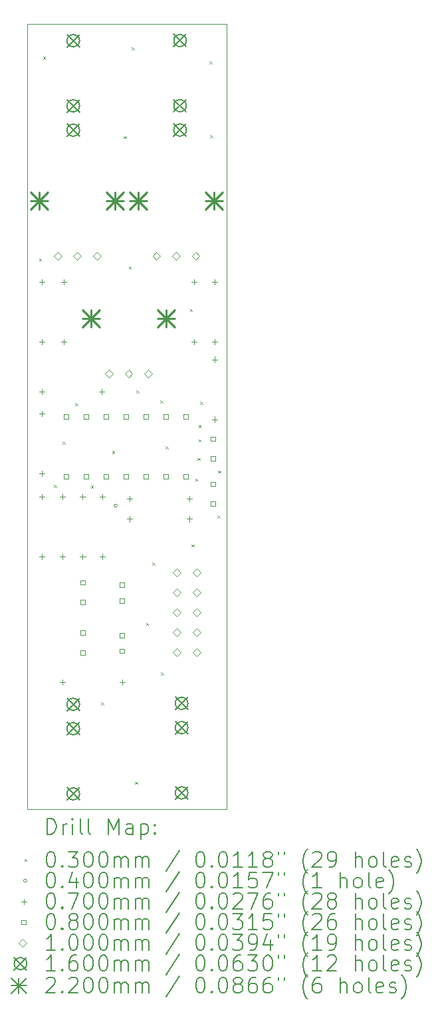
<source format=gbr>
%TF.GenerationSoftware,KiCad,Pcbnew,8.0.4-8.0.4-0~ubuntu22.04.1*%
%TF.CreationDate,2024-07-28T19:50:54+02:00*%
%TF.ProjectId,VoltageProcessor,566f6c74-6167-4655-9072-6f636573736f,0.1*%
%TF.SameCoordinates,Original*%
%TF.FileFunction,Drillmap*%
%TF.FilePolarity,Positive*%
%FSLAX45Y45*%
G04 Gerber Fmt 4.5, Leading zero omitted, Abs format (unit mm)*
G04 Created by KiCad (PCBNEW 8.0.4-8.0.4-0~ubuntu22.04.1) date 2024-07-28 19:50:54*
%MOMM*%
%LPD*%
G01*
G04 APERTURE LIST*
%ADD10C,0.050000*%
%ADD11C,0.200000*%
%ADD12C,0.100000*%
%ADD13C,0.160000*%
%ADD14C,0.220000*%
G04 APERTURE END LIST*
D10*
X12020000Y-15675000D02*
X9480000Y-15675000D01*
X12020000Y-5675000D02*
X12020000Y-15675000D01*
X9480000Y-5675000D02*
X12020000Y-5675000D01*
X9480000Y-15675000D02*
X9480000Y-5675000D01*
D11*
D12*
X9635000Y-8660000D02*
X9665000Y-8690000D01*
X9665000Y-8660000D02*
X9635000Y-8690000D01*
X9685000Y-6090000D02*
X9715000Y-6120000D01*
X9715000Y-6090000D02*
X9685000Y-6120000D01*
X9825000Y-11540000D02*
X9855000Y-11570000D01*
X9855000Y-11540000D02*
X9825000Y-11570000D01*
X9935000Y-10990000D02*
X9965000Y-11020000D01*
X9965000Y-10990000D02*
X9935000Y-11020000D01*
X10095000Y-10500000D02*
X10125000Y-10530000D01*
X10125000Y-10500000D02*
X10095000Y-10530000D01*
X10295000Y-11550000D02*
X10325000Y-11580000D01*
X10325000Y-11550000D02*
X10295000Y-11580000D01*
X10425000Y-14310000D02*
X10455000Y-14340000D01*
X10455000Y-14310000D02*
X10425000Y-14340000D01*
X10565000Y-11110000D02*
X10595000Y-11140000D01*
X10595000Y-11110000D02*
X10565000Y-11140000D01*
X10715000Y-7100000D02*
X10745000Y-7130000D01*
X10745000Y-7100000D02*
X10715000Y-7130000D01*
X10775000Y-8760000D02*
X10805000Y-8790000D01*
X10805000Y-8760000D02*
X10775000Y-8790000D01*
X10815000Y-5970000D02*
X10845000Y-6000000D01*
X10845000Y-5970000D02*
X10815000Y-6000000D01*
X10855000Y-15320000D02*
X10885000Y-15350000D01*
X10885000Y-15320000D02*
X10855000Y-15350000D01*
X10875000Y-10340000D02*
X10905000Y-10370000D01*
X10905000Y-10340000D02*
X10875000Y-10370000D01*
X10995000Y-13300000D02*
X11025000Y-13330000D01*
X11025000Y-13300000D02*
X10995000Y-13330000D01*
X11075000Y-12530000D02*
X11105000Y-12560000D01*
X11105000Y-12530000D02*
X11075000Y-12560000D01*
X11179801Y-10466130D02*
X11209801Y-10496130D01*
X11209801Y-10466130D02*
X11179801Y-10496130D01*
X11185000Y-13930000D02*
X11215000Y-13960000D01*
X11215000Y-13930000D02*
X11185000Y-13960000D01*
X11245000Y-11050000D02*
X11275000Y-11080000D01*
X11275000Y-11050000D02*
X11245000Y-11080000D01*
X11555000Y-9300000D02*
X11585000Y-9330000D01*
X11585000Y-9300000D02*
X11555000Y-9330000D01*
X11575000Y-12300000D02*
X11605000Y-12330000D01*
X11605000Y-12300000D02*
X11575000Y-12330000D01*
X11625000Y-11460000D02*
X11655000Y-11490000D01*
X11655000Y-11460000D02*
X11625000Y-11490000D01*
X11655000Y-11200000D02*
X11685000Y-11230000D01*
X11685000Y-11200000D02*
X11655000Y-11230000D01*
X11665000Y-10780000D02*
X11695000Y-10810000D01*
X11695000Y-10780000D02*
X11665000Y-10810000D01*
X11665000Y-10960000D02*
X11695000Y-10990000D01*
X11695000Y-10960000D02*
X11665000Y-10990000D01*
X11685000Y-10484194D02*
X11715000Y-10514194D01*
X11715000Y-10484194D02*
X11685000Y-10514194D01*
X11805000Y-6150000D02*
X11835000Y-6180000D01*
X11835000Y-6150000D02*
X11805000Y-6180000D01*
X11815000Y-7090000D02*
X11845000Y-7120000D01*
X11845000Y-7090000D02*
X11815000Y-7120000D01*
X11905000Y-11930000D02*
X11935000Y-11960000D01*
X11935000Y-11930000D02*
X11905000Y-11960000D01*
X11915000Y-11360000D02*
X11945000Y-11390000D01*
X11945000Y-11360000D02*
X11915000Y-11390000D01*
X10630000Y-11805000D02*
G75*
G02*
X10590000Y-11805000I-20000J0D01*
G01*
X10590000Y-11805000D02*
G75*
G02*
X10630000Y-11805000I20000J0D01*
G01*
X9669000Y-10320000D02*
X9669000Y-10390000D01*
X9634000Y-10355000D02*
X9704000Y-10355000D01*
X9670000Y-8919000D02*
X9670000Y-8989000D01*
X9635000Y-8954000D02*
X9705000Y-8954000D01*
X9670000Y-9681000D02*
X9670000Y-9751000D01*
X9635000Y-9716000D02*
X9705000Y-9716000D01*
X9670000Y-10597000D02*
X9670000Y-10667000D01*
X9635000Y-10632000D02*
X9705000Y-10632000D01*
X9670000Y-11359000D02*
X9670000Y-11429000D01*
X9635000Y-11394000D02*
X9705000Y-11394000D01*
X9670000Y-11657000D02*
X9670000Y-11727000D01*
X9635000Y-11692000D02*
X9705000Y-11692000D01*
X9670000Y-12419000D02*
X9670000Y-12489000D01*
X9635000Y-12454000D02*
X9705000Y-12454000D01*
X9930000Y-11658000D02*
X9930000Y-11728000D01*
X9895000Y-11693000D02*
X9965000Y-11693000D01*
X9930000Y-12420000D02*
X9930000Y-12490000D01*
X9895000Y-12455000D02*
X9965000Y-12455000D01*
X9930000Y-14020000D02*
X9930000Y-14090000D01*
X9895000Y-14055000D02*
X9965000Y-14055000D01*
X9950000Y-8920000D02*
X9950000Y-8990000D01*
X9915000Y-8955000D02*
X9985000Y-8955000D01*
X9950000Y-9682000D02*
X9950000Y-9752000D01*
X9915000Y-9717000D02*
X9985000Y-9717000D01*
X10190000Y-11658000D02*
X10190000Y-11728000D01*
X10155000Y-11693000D02*
X10225000Y-11693000D01*
X10190000Y-12420000D02*
X10190000Y-12490000D01*
X10155000Y-12455000D02*
X10225000Y-12455000D01*
X10431000Y-10320000D02*
X10431000Y-10390000D01*
X10396000Y-10355000D02*
X10466000Y-10355000D01*
X10440000Y-11659000D02*
X10440000Y-11729000D01*
X10405000Y-11694000D02*
X10475000Y-11694000D01*
X10440000Y-12421000D02*
X10440000Y-12491000D01*
X10405000Y-12456000D02*
X10475000Y-12456000D01*
X10692000Y-14020000D02*
X10692000Y-14090000D01*
X10657000Y-14055000D02*
X10727000Y-14055000D01*
X10789000Y-11680000D02*
X10789000Y-11750000D01*
X10754000Y-11715000D02*
X10824000Y-11715000D01*
X10790000Y-11940000D02*
X10790000Y-12010000D01*
X10755000Y-11975000D02*
X10825000Y-11975000D01*
X11551000Y-11680000D02*
X11551000Y-11750000D01*
X11516000Y-11715000D02*
X11586000Y-11715000D01*
X11552000Y-11940000D02*
X11552000Y-12010000D01*
X11517000Y-11975000D02*
X11587000Y-11975000D01*
X11610000Y-8920000D02*
X11610000Y-8990000D01*
X11575000Y-8955000D02*
X11645000Y-8955000D01*
X11610000Y-9682000D02*
X11610000Y-9752000D01*
X11575000Y-9717000D02*
X11645000Y-9717000D01*
X11870000Y-8920000D02*
X11870000Y-8990000D01*
X11835000Y-8955000D02*
X11905000Y-8955000D01*
X11870000Y-9682000D02*
X11870000Y-9752000D01*
X11835000Y-9717000D02*
X11905000Y-9717000D01*
X11870000Y-9909000D02*
X11870000Y-9979000D01*
X11835000Y-9944000D02*
X11905000Y-9944000D01*
X11870000Y-10671000D02*
X11870000Y-10741000D01*
X11835000Y-10706000D02*
X11905000Y-10706000D01*
X10008285Y-10701285D02*
X10008285Y-10644716D01*
X9951716Y-10644716D01*
X9951716Y-10701285D01*
X10008285Y-10701285D01*
X10008285Y-11463284D02*
X10008285Y-11406715D01*
X9951716Y-11406715D01*
X9951716Y-11463284D01*
X10008285Y-11463284D01*
X10218285Y-12813284D02*
X10218285Y-12756715D01*
X10161716Y-12756715D01*
X10161716Y-12813284D01*
X10218285Y-12813284D01*
X10218285Y-13063284D02*
X10218285Y-13006715D01*
X10161716Y-13006715D01*
X10161716Y-13063284D01*
X10218285Y-13063284D01*
X10218285Y-13453284D02*
X10218285Y-13396715D01*
X10161716Y-13396715D01*
X10161716Y-13453284D01*
X10218285Y-13453284D01*
X10218285Y-13703284D02*
X10218285Y-13646715D01*
X10161716Y-13646715D01*
X10161716Y-13703284D01*
X10218285Y-13703284D01*
X10262285Y-10701285D02*
X10262285Y-10644716D01*
X10205716Y-10644716D01*
X10205716Y-10701285D01*
X10262285Y-10701285D01*
X10262285Y-11463284D02*
X10262285Y-11406715D01*
X10205716Y-11406715D01*
X10205716Y-11463284D01*
X10262285Y-11463284D01*
X10516285Y-10701285D02*
X10516285Y-10644716D01*
X10459716Y-10644716D01*
X10459716Y-10701285D01*
X10516285Y-10701285D01*
X10516285Y-11463284D02*
X10516285Y-11406715D01*
X10459716Y-11406715D01*
X10459716Y-11463284D01*
X10516285Y-11463284D01*
X10718285Y-12843284D02*
X10718285Y-12786715D01*
X10661716Y-12786715D01*
X10661716Y-12843284D01*
X10718285Y-12843284D01*
X10718285Y-13043284D02*
X10718285Y-12986715D01*
X10661716Y-12986715D01*
X10661716Y-13043284D01*
X10718285Y-13043284D01*
X10718285Y-13483284D02*
X10718285Y-13426715D01*
X10661716Y-13426715D01*
X10661716Y-13483284D01*
X10718285Y-13483284D01*
X10718285Y-13683284D02*
X10718285Y-13626715D01*
X10661716Y-13626715D01*
X10661716Y-13683284D01*
X10718285Y-13683284D01*
X10770285Y-10701285D02*
X10770285Y-10644716D01*
X10713716Y-10644716D01*
X10713716Y-10701285D01*
X10770285Y-10701285D01*
X10770285Y-11463284D02*
X10770285Y-11406715D01*
X10713716Y-11406715D01*
X10713716Y-11463284D01*
X10770285Y-11463284D01*
X11024285Y-10701285D02*
X11024285Y-10644716D01*
X10967716Y-10644716D01*
X10967716Y-10701285D01*
X11024285Y-10701285D01*
X11024285Y-11463284D02*
X11024285Y-11406715D01*
X10967716Y-11406715D01*
X10967716Y-11463284D01*
X11024285Y-11463284D01*
X11278284Y-10701285D02*
X11278284Y-10644716D01*
X11221715Y-10644716D01*
X11221715Y-10701285D01*
X11278284Y-10701285D01*
X11278284Y-11463284D02*
X11278284Y-11406715D01*
X11221715Y-11406715D01*
X11221715Y-11463284D01*
X11278284Y-11463284D01*
X11532284Y-10701285D02*
X11532284Y-10644716D01*
X11475715Y-10644716D01*
X11475715Y-10701285D01*
X11532284Y-10701285D01*
X11532284Y-11463284D02*
X11532284Y-11406715D01*
X11475715Y-11406715D01*
X11475715Y-11463284D01*
X11532284Y-11463284D01*
X11878284Y-10983285D02*
X11878284Y-10926716D01*
X11821715Y-10926716D01*
X11821715Y-10983285D01*
X11878284Y-10983285D01*
X11878284Y-11233284D02*
X11878284Y-11176716D01*
X11821715Y-11176716D01*
X11821715Y-11233284D01*
X11878284Y-11233284D01*
X11878284Y-11558284D02*
X11878284Y-11501715D01*
X11821715Y-11501715D01*
X11821715Y-11558284D01*
X11878284Y-11558284D01*
X11878284Y-11808284D02*
X11878284Y-11751715D01*
X11821715Y-11751715D01*
X11821715Y-11808284D01*
X11878284Y-11808284D01*
X9870000Y-8675000D02*
X9920000Y-8625000D01*
X9870000Y-8575000D01*
X9820000Y-8625000D01*
X9870000Y-8675000D01*
X10120000Y-8675000D02*
X10170000Y-8625000D01*
X10120000Y-8575000D01*
X10070000Y-8625000D01*
X10120000Y-8675000D01*
X10370000Y-8675000D02*
X10420000Y-8625000D01*
X10370000Y-8575000D01*
X10320000Y-8625000D01*
X10370000Y-8675000D01*
X10525000Y-10175000D02*
X10575000Y-10125000D01*
X10525000Y-10075000D01*
X10475000Y-10125000D01*
X10525000Y-10175000D01*
X10775000Y-10175000D02*
X10825000Y-10125000D01*
X10775000Y-10075000D01*
X10725000Y-10125000D01*
X10775000Y-10175000D01*
X11025000Y-10175000D02*
X11075000Y-10125000D01*
X11025000Y-10075000D01*
X10975000Y-10125000D01*
X11025000Y-10175000D01*
X11130000Y-8675000D02*
X11180000Y-8625000D01*
X11130000Y-8575000D01*
X11080000Y-8625000D01*
X11130000Y-8675000D01*
X11380000Y-8675000D02*
X11430000Y-8625000D01*
X11380000Y-8575000D01*
X11330000Y-8625000D01*
X11380000Y-8675000D01*
X11390000Y-12705000D02*
X11440000Y-12655000D01*
X11390000Y-12605000D01*
X11340000Y-12655000D01*
X11390000Y-12705000D01*
X11390000Y-12959000D02*
X11440000Y-12909000D01*
X11390000Y-12859000D01*
X11340000Y-12909000D01*
X11390000Y-12959000D01*
X11390000Y-13213000D02*
X11440000Y-13163000D01*
X11390000Y-13113000D01*
X11340000Y-13163000D01*
X11390000Y-13213000D01*
X11390000Y-13467000D02*
X11440000Y-13417000D01*
X11390000Y-13367000D01*
X11340000Y-13417000D01*
X11390000Y-13467000D01*
X11390000Y-13721000D02*
X11440000Y-13671000D01*
X11390000Y-13621000D01*
X11340000Y-13671000D01*
X11390000Y-13721000D01*
X11630000Y-8675000D02*
X11680000Y-8625000D01*
X11630000Y-8575000D01*
X11580000Y-8625000D01*
X11630000Y-8675000D01*
X11644000Y-12705000D02*
X11694000Y-12655000D01*
X11644000Y-12605000D01*
X11594000Y-12655000D01*
X11644000Y-12705000D01*
X11644000Y-12959000D02*
X11694000Y-12909000D01*
X11644000Y-12859000D01*
X11594000Y-12909000D01*
X11644000Y-12959000D01*
X11644000Y-13213000D02*
X11694000Y-13163000D01*
X11644000Y-13113000D01*
X11594000Y-13163000D01*
X11644000Y-13213000D01*
X11644000Y-13467000D02*
X11694000Y-13417000D01*
X11644000Y-13367000D01*
X11594000Y-13417000D01*
X11644000Y-13467000D01*
X11644000Y-13721000D02*
X11694000Y-13671000D01*
X11644000Y-13621000D01*
X11594000Y-13671000D01*
X11644000Y-13721000D01*
D13*
X9990000Y-5805000D02*
X10150000Y-5965000D01*
X10150000Y-5805000D02*
X9990000Y-5965000D01*
X10150000Y-5885000D02*
G75*
G02*
X9990000Y-5885000I-80000J0D01*
G01*
X9990000Y-5885000D02*
G75*
G02*
X10150000Y-5885000I80000J0D01*
G01*
X9990000Y-6635000D02*
X10150000Y-6795000D01*
X10150000Y-6635000D02*
X9990000Y-6795000D01*
X10150000Y-6715000D02*
G75*
G02*
X9990000Y-6715000I-80000J0D01*
G01*
X9990000Y-6715000D02*
G75*
G02*
X10150000Y-6715000I80000J0D01*
G01*
X9990000Y-6945000D02*
X10150000Y-7105000D01*
X10150000Y-6945000D02*
X9990000Y-7105000D01*
X10150000Y-7025000D02*
G75*
G02*
X9990000Y-7025000I-80000J0D01*
G01*
X9990000Y-7025000D02*
G75*
G02*
X10150000Y-7025000I80000J0D01*
G01*
X9990000Y-14255000D02*
X10150000Y-14415000D01*
X10150000Y-14255000D02*
X9990000Y-14415000D01*
X10150000Y-14335000D02*
G75*
G02*
X9990000Y-14335000I-80000J0D01*
G01*
X9990000Y-14335000D02*
G75*
G02*
X10150000Y-14335000I80000J0D01*
G01*
X9990000Y-14565000D02*
X10150000Y-14725000D01*
X10150000Y-14565000D02*
X9990000Y-14725000D01*
X10150000Y-14645000D02*
G75*
G02*
X9990000Y-14645000I-80000J0D01*
G01*
X9990000Y-14645000D02*
G75*
G02*
X10150000Y-14645000I80000J0D01*
G01*
X9990000Y-15395000D02*
X10150000Y-15555000D01*
X10150000Y-15395000D02*
X9990000Y-15555000D01*
X10150000Y-15475000D02*
G75*
G02*
X9990000Y-15475000I-80000J0D01*
G01*
X9990000Y-15475000D02*
G75*
G02*
X10150000Y-15475000I80000J0D01*
G01*
X11350000Y-5803000D02*
X11510000Y-5963000D01*
X11510000Y-5803000D02*
X11350000Y-5963000D01*
X11510000Y-5883000D02*
G75*
G02*
X11350000Y-5883000I-80000J0D01*
G01*
X11350000Y-5883000D02*
G75*
G02*
X11510000Y-5883000I80000J0D01*
G01*
X11350000Y-6633000D02*
X11510000Y-6793000D01*
X11510000Y-6633000D02*
X11350000Y-6793000D01*
X11510000Y-6713000D02*
G75*
G02*
X11350000Y-6713000I-80000J0D01*
G01*
X11350000Y-6713000D02*
G75*
G02*
X11510000Y-6713000I80000J0D01*
G01*
X11350000Y-6943000D02*
X11510000Y-7103000D01*
X11510000Y-6943000D02*
X11350000Y-7103000D01*
X11510000Y-7023000D02*
G75*
G02*
X11350000Y-7023000I-80000J0D01*
G01*
X11350000Y-7023000D02*
G75*
G02*
X11510000Y-7023000I80000J0D01*
G01*
X11370000Y-14242250D02*
X11530000Y-14402250D01*
X11530000Y-14242250D02*
X11370000Y-14402250D01*
X11530000Y-14322250D02*
G75*
G02*
X11370000Y-14322250I-80000J0D01*
G01*
X11370000Y-14322250D02*
G75*
G02*
X11530000Y-14322250I80000J0D01*
G01*
X11370000Y-14552250D02*
X11530000Y-14712250D01*
X11530000Y-14552250D02*
X11370000Y-14712250D01*
X11530000Y-14632250D02*
G75*
G02*
X11370000Y-14632250I-80000J0D01*
G01*
X11370000Y-14632250D02*
G75*
G02*
X11530000Y-14632250I80000J0D01*
G01*
X11370000Y-15382250D02*
X11530000Y-15542250D01*
X11530000Y-15382250D02*
X11370000Y-15542250D01*
X11530000Y-15462250D02*
G75*
G02*
X11370000Y-15462250I-80000J0D01*
G01*
X11370000Y-15462250D02*
G75*
G02*
X11530000Y-15462250I80000J0D01*
G01*
D14*
X9530000Y-7815000D02*
X9750000Y-8035000D01*
X9750000Y-7815000D02*
X9530000Y-8035000D01*
X9640000Y-7815000D02*
X9640000Y-8035000D01*
X9530000Y-7925000D02*
X9750000Y-7925000D01*
X10185000Y-9315000D02*
X10405000Y-9535000D01*
X10405000Y-9315000D02*
X10185000Y-9535000D01*
X10295000Y-9315000D02*
X10295000Y-9535000D01*
X10185000Y-9425000D02*
X10405000Y-9425000D01*
X10490000Y-7815000D02*
X10710000Y-8035000D01*
X10710000Y-7815000D02*
X10490000Y-8035000D01*
X10600000Y-7815000D02*
X10600000Y-8035000D01*
X10490000Y-7925000D02*
X10710000Y-7925000D01*
X10790000Y-7815000D02*
X11010000Y-8035000D01*
X11010000Y-7815000D02*
X10790000Y-8035000D01*
X10900000Y-7815000D02*
X10900000Y-8035000D01*
X10790000Y-7925000D02*
X11010000Y-7925000D01*
X11145000Y-9315000D02*
X11365000Y-9535000D01*
X11365000Y-9315000D02*
X11145000Y-9535000D01*
X11255000Y-9315000D02*
X11255000Y-9535000D01*
X11145000Y-9425000D02*
X11365000Y-9425000D01*
X11750000Y-7815000D02*
X11970000Y-8035000D01*
X11970000Y-7815000D02*
X11750000Y-8035000D01*
X11860000Y-7815000D02*
X11860000Y-8035000D01*
X11750000Y-7925000D02*
X11970000Y-7925000D01*
D11*
X9738277Y-15988984D02*
X9738277Y-15788984D01*
X9738277Y-15788984D02*
X9785896Y-15788984D01*
X9785896Y-15788984D02*
X9814467Y-15798508D01*
X9814467Y-15798508D02*
X9833515Y-15817555D01*
X9833515Y-15817555D02*
X9843039Y-15836603D01*
X9843039Y-15836603D02*
X9852563Y-15874698D01*
X9852563Y-15874698D02*
X9852563Y-15903269D01*
X9852563Y-15903269D02*
X9843039Y-15941365D01*
X9843039Y-15941365D02*
X9833515Y-15960412D01*
X9833515Y-15960412D02*
X9814467Y-15979460D01*
X9814467Y-15979460D02*
X9785896Y-15988984D01*
X9785896Y-15988984D02*
X9738277Y-15988984D01*
X9938277Y-15988984D02*
X9938277Y-15855650D01*
X9938277Y-15893746D02*
X9947801Y-15874698D01*
X9947801Y-15874698D02*
X9957324Y-15865174D01*
X9957324Y-15865174D02*
X9976372Y-15855650D01*
X9976372Y-15855650D02*
X9995420Y-15855650D01*
X10062086Y-15988984D02*
X10062086Y-15855650D01*
X10062086Y-15788984D02*
X10052563Y-15798508D01*
X10052563Y-15798508D02*
X10062086Y-15808031D01*
X10062086Y-15808031D02*
X10071610Y-15798508D01*
X10071610Y-15798508D02*
X10062086Y-15788984D01*
X10062086Y-15788984D02*
X10062086Y-15808031D01*
X10185896Y-15988984D02*
X10166848Y-15979460D01*
X10166848Y-15979460D02*
X10157324Y-15960412D01*
X10157324Y-15960412D02*
X10157324Y-15788984D01*
X10290658Y-15988984D02*
X10271610Y-15979460D01*
X10271610Y-15979460D02*
X10262086Y-15960412D01*
X10262086Y-15960412D02*
X10262086Y-15788984D01*
X10519229Y-15988984D02*
X10519229Y-15788984D01*
X10519229Y-15788984D02*
X10585896Y-15931841D01*
X10585896Y-15931841D02*
X10652563Y-15788984D01*
X10652563Y-15788984D02*
X10652563Y-15988984D01*
X10833515Y-15988984D02*
X10833515Y-15884222D01*
X10833515Y-15884222D02*
X10823991Y-15865174D01*
X10823991Y-15865174D02*
X10804944Y-15855650D01*
X10804944Y-15855650D02*
X10766848Y-15855650D01*
X10766848Y-15855650D02*
X10747801Y-15865174D01*
X10833515Y-15979460D02*
X10814467Y-15988984D01*
X10814467Y-15988984D02*
X10766848Y-15988984D01*
X10766848Y-15988984D02*
X10747801Y-15979460D01*
X10747801Y-15979460D02*
X10738277Y-15960412D01*
X10738277Y-15960412D02*
X10738277Y-15941365D01*
X10738277Y-15941365D02*
X10747801Y-15922317D01*
X10747801Y-15922317D02*
X10766848Y-15912793D01*
X10766848Y-15912793D02*
X10814467Y-15912793D01*
X10814467Y-15912793D02*
X10833515Y-15903269D01*
X10928753Y-15855650D02*
X10928753Y-16055650D01*
X10928753Y-15865174D02*
X10947801Y-15855650D01*
X10947801Y-15855650D02*
X10985896Y-15855650D01*
X10985896Y-15855650D02*
X11004944Y-15865174D01*
X11004944Y-15865174D02*
X11014467Y-15874698D01*
X11014467Y-15874698D02*
X11023991Y-15893746D01*
X11023991Y-15893746D02*
X11023991Y-15950888D01*
X11023991Y-15950888D02*
X11014467Y-15969936D01*
X11014467Y-15969936D02*
X11004944Y-15979460D01*
X11004944Y-15979460D02*
X10985896Y-15988984D01*
X10985896Y-15988984D02*
X10947801Y-15988984D01*
X10947801Y-15988984D02*
X10928753Y-15979460D01*
X11109705Y-15969936D02*
X11119229Y-15979460D01*
X11119229Y-15979460D02*
X11109705Y-15988984D01*
X11109705Y-15988984D02*
X11100182Y-15979460D01*
X11100182Y-15979460D02*
X11109705Y-15969936D01*
X11109705Y-15969936D02*
X11109705Y-15988984D01*
X11109705Y-15865174D02*
X11119229Y-15874698D01*
X11119229Y-15874698D02*
X11109705Y-15884222D01*
X11109705Y-15884222D02*
X11100182Y-15874698D01*
X11100182Y-15874698D02*
X11109705Y-15865174D01*
X11109705Y-15865174D02*
X11109705Y-15884222D01*
D12*
X9447500Y-16302500D02*
X9477500Y-16332500D01*
X9477500Y-16302500D02*
X9447500Y-16332500D01*
D11*
X9776372Y-16208984D02*
X9795420Y-16208984D01*
X9795420Y-16208984D02*
X9814467Y-16218508D01*
X9814467Y-16218508D02*
X9823991Y-16228031D01*
X9823991Y-16228031D02*
X9833515Y-16247079D01*
X9833515Y-16247079D02*
X9843039Y-16285174D01*
X9843039Y-16285174D02*
X9843039Y-16332793D01*
X9843039Y-16332793D02*
X9833515Y-16370888D01*
X9833515Y-16370888D02*
X9823991Y-16389936D01*
X9823991Y-16389936D02*
X9814467Y-16399460D01*
X9814467Y-16399460D02*
X9795420Y-16408984D01*
X9795420Y-16408984D02*
X9776372Y-16408984D01*
X9776372Y-16408984D02*
X9757324Y-16399460D01*
X9757324Y-16399460D02*
X9747801Y-16389936D01*
X9747801Y-16389936D02*
X9738277Y-16370888D01*
X9738277Y-16370888D02*
X9728753Y-16332793D01*
X9728753Y-16332793D02*
X9728753Y-16285174D01*
X9728753Y-16285174D02*
X9738277Y-16247079D01*
X9738277Y-16247079D02*
X9747801Y-16228031D01*
X9747801Y-16228031D02*
X9757324Y-16218508D01*
X9757324Y-16218508D02*
X9776372Y-16208984D01*
X9928753Y-16389936D02*
X9938277Y-16399460D01*
X9938277Y-16399460D02*
X9928753Y-16408984D01*
X9928753Y-16408984D02*
X9919229Y-16399460D01*
X9919229Y-16399460D02*
X9928753Y-16389936D01*
X9928753Y-16389936D02*
X9928753Y-16408984D01*
X10004944Y-16208984D02*
X10128753Y-16208984D01*
X10128753Y-16208984D02*
X10062086Y-16285174D01*
X10062086Y-16285174D02*
X10090658Y-16285174D01*
X10090658Y-16285174D02*
X10109705Y-16294698D01*
X10109705Y-16294698D02*
X10119229Y-16304222D01*
X10119229Y-16304222D02*
X10128753Y-16323269D01*
X10128753Y-16323269D02*
X10128753Y-16370888D01*
X10128753Y-16370888D02*
X10119229Y-16389936D01*
X10119229Y-16389936D02*
X10109705Y-16399460D01*
X10109705Y-16399460D02*
X10090658Y-16408984D01*
X10090658Y-16408984D02*
X10033515Y-16408984D01*
X10033515Y-16408984D02*
X10014467Y-16399460D01*
X10014467Y-16399460D02*
X10004944Y-16389936D01*
X10252563Y-16208984D02*
X10271610Y-16208984D01*
X10271610Y-16208984D02*
X10290658Y-16218508D01*
X10290658Y-16218508D02*
X10300182Y-16228031D01*
X10300182Y-16228031D02*
X10309705Y-16247079D01*
X10309705Y-16247079D02*
X10319229Y-16285174D01*
X10319229Y-16285174D02*
X10319229Y-16332793D01*
X10319229Y-16332793D02*
X10309705Y-16370888D01*
X10309705Y-16370888D02*
X10300182Y-16389936D01*
X10300182Y-16389936D02*
X10290658Y-16399460D01*
X10290658Y-16399460D02*
X10271610Y-16408984D01*
X10271610Y-16408984D02*
X10252563Y-16408984D01*
X10252563Y-16408984D02*
X10233515Y-16399460D01*
X10233515Y-16399460D02*
X10223991Y-16389936D01*
X10223991Y-16389936D02*
X10214467Y-16370888D01*
X10214467Y-16370888D02*
X10204944Y-16332793D01*
X10204944Y-16332793D02*
X10204944Y-16285174D01*
X10204944Y-16285174D02*
X10214467Y-16247079D01*
X10214467Y-16247079D02*
X10223991Y-16228031D01*
X10223991Y-16228031D02*
X10233515Y-16218508D01*
X10233515Y-16218508D02*
X10252563Y-16208984D01*
X10443039Y-16208984D02*
X10462086Y-16208984D01*
X10462086Y-16208984D02*
X10481134Y-16218508D01*
X10481134Y-16218508D02*
X10490658Y-16228031D01*
X10490658Y-16228031D02*
X10500182Y-16247079D01*
X10500182Y-16247079D02*
X10509705Y-16285174D01*
X10509705Y-16285174D02*
X10509705Y-16332793D01*
X10509705Y-16332793D02*
X10500182Y-16370888D01*
X10500182Y-16370888D02*
X10490658Y-16389936D01*
X10490658Y-16389936D02*
X10481134Y-16399460D01*
X10481134Y-16399460D02*
X10462086Y-16408984D01*
X10462086Y-16408984D02*
X10443039Y-16408984D01*
X10443039Y-16408984D02*
X10423991Y-16399460D01*
X10423991Y-16399460D02*
X10414467Y-16389936D01*
X10414467Y-16389936D02*
X10404944Y-16370888D01*
X10404944Y-16370888D02*
X10395420Y-16332793D01*
X10395420Y-16332793D02*
X10395420Y-16285174D01*
X10395420Y-16285174D02*
X10404944Y-16247079D01*
X10404944Y-16247079D02*
X10414467Y-16228031D01*
X10414467Y-16228031D02*
X10423991Y-16218508D01*
X10423991Y-16218508D02*
X10443039Y-16208984D01*
X10595420Y-16408984D02*
X10595420Y-16275650D01*
X10595420Y-16294698D02*
X10604944Y-16285174D01*
X10604944Y-16285174D02*
X10623991Y-16275650D01*
X10623991Y-16275650D02*
X10652563Y-16275650D01*
X10652563Y-16275650D02*
X10671610Y-16285174D01*
X10671610Y-16285174D02*
X10681134Y-16304222D01*
X10681134Y-16304222D02*
X10681134Y-16408984D01*
X10681134Y-16304222D02*
X10690658Y-16285174D01*
X10690658Y-16285174D02*
X10709705Y-16275650D01*
X10709705Y-16275650D02*
X10738277Y-16275650D01*
X10738277Y-16275650D02*
X10757325Y-16285174D01*
X10757325Y-16285174D02*
X10766848Y-16304222D01*
X10766848Y-16304222D02*
X10766848Y-16408984D01*
X10862086Y-16408984D02*
X10862086Y-16275650D01*
X10862086Y-16294698D02*
X10871610Y-16285174D01*
X10871610Y-16285174D02*
X10890658Y-16275650D01*
X10890658Y-16275650D02*
X10919229Y-16275650D01*
X10919229Y-16275650D02*
X10938277Y-16285174D01*
X10938277Y-16285174D02*
X10947801Y-16304222D01*
X10947801Y-16304222D02*
X10947801Y-16408984D01*
X10947801Y-16304222D02*
X10957325Y-16285174D01*
X10957325Y-16285174D02*
X10976372Y-16275650D01*
X10976372Y-16275650D02*
X11004944Y-16275650D01*
X11004944Y-16275650D02*
X11023991Y-16285174D01*
X11023991Y-16285174D02*
X11033515Y-16304222D01*
X11033515Y-16304222D02*
X11033515Y-16408984D01*
X11423991Y-16199460D02*
X11252563Y-16456603D01*
X11681134Y-16208984D02*
X11700182Y-16208984D01*
X11700182Y-16208984D02*
X11719229Y-16218508D01*
X11719229Y-16218508D02*
X11728753Y-16228031D01*
X11728753Y-16228031D02*
X11738277Y-16247079D01*
X11738277Y-16247079D02*
X11747801Y-16285174D01*
X11747801Y-16285174D02*
X11747801Y-16332793D01*
X11747801Y-16332793D02*
X11738277Y-16370888D01*
X11738277Y-16370888D02*
X11728753Y-16389936D01*
X11728753Y-16389936D02*
X11719229Y-16399460D01*
X11719229Y-16399460D02*
X11700182Y-16408984D01*
X11700182Y-16408984D02*
X11681134Y-16408984D01*
X11681134Y-16408984D02*
X11662086Y-16399460D01*
X11662086Y-16399460D02*
X11652563Y-16389936D01*
X11652563Y-16389936D02*
X11643039Y-16370888D01*
X11643039Y-16370888D02*
X11633515Y-16332793D01*
X11633515Y-16332793D02*
X11633515Y-16285174D01*
X11633515Y-16285174D02*
X11643039Y-16247079D01*
X11643039Y-16247079D02*
X11652563Y-16228031D01*
X11652563Y-16228031D02*
X11662086Y-16218508D01*
X11662086Y-16218508D02*
X11681134Y-16208984D01*
X11833515Y-16389936D02*
X11843039Y-16399460D01*
X11843039Y-16399460D02*
X11833515Y-16408984D01*
X11833515Y-16408984D02*
X11823991Y-16399460D01*
X11823991Y-16399460D02*
X11833515Y-16389936D01*
X11833515Y-16389936D02*
X11833515Y-16408984D01*
X11966848Y-16208984D02*
X11985896Y-16208984D01*
X11985896Y-16208984D02*
X12004944Y-16218508D01*
X12004944Y-16218508D02*
X12014467Y-16228031D01*
X12014467Y-16228031D02*
X12023991Y-16247079D01*
X12023991Y-16247079D02*
X12033515Y-16285174D01*
X12033515Y-16285174D02*
X12033515Y-16332793D01*
X12033515Y-16332793D02*
X12023991Y-16370888D01*
X12023991Y-16370888D02*
X12014467Y-16389936D01*
X12014467Y-16389936D02*
X12004944Y-16399460D01*
X12004944Y-16399460D02*
X11985896Y-16408984D01*
X11985896Y-16408984D02*
X11966848Y-16408984D01*
X11966848Y-16408984D02*
X11947801Y-16399460D01*
X11947801Y-16399460D02*
X11938277Y-16389936D01*
X11938277Y-16389936D02*
X11928753Y-16370888D01*
X11928753Y-16370888D02*
X11919229Y-16332793D01*
X11919229Y-16332793D02*
X11919229Y-16285174D01*
X11919229Y-16285174D02*
X11928753Y-16247079D01*
X11928753Y-16247079D02*
X11938277Y-16228031D01*
X11938277Y-16228031D02*
X11947801Y-16218508D01*
X11947801Y-16218508D02*
X11966848Y-16208984D01*
X12223991Y-16408984D02*
X12109706Y-16408984D01*
X12166848Y-16408984D02*
X12166848Y-16208984D01*
X12166848Y-16208984D02*
X12147801Y-16237555D01*
X12147801Y-16237555D02*
X12128753Y-16256603D01*
X12128753Y-16256603D02*
X12109706Y-16266127D01*
X12414467Y-16408984D02*
X12300182Y-16408984D01*
X12357325Y-16408984D02*
X12357325Y-16208984D01*
X12357325Y-16208984D02*
X12338277Y-16237555D01*
X12338277Y-16237555D02*
X12319229Y-16256603D01*
X12319229Y-16256603D02*
X12300182Y-16266127D01*
X12528753Y-16294698D02*
X12509706Y-16285174D01*
X12509706Y-16285174D02*
X12500182Y-16275650D01*
X12500182Y-16275650D02*
X12490658Y-16256603D01*
X12490658Y-16256603D02*
X12490658Y-16247079D01*
X12490658Y-16247079D02*
X12500182Y-16228031D01*
X12500182Y-16228031D02*
X12509706Y-16218508D01*
X12509706Y-16218508D02*
X12528753Y-16208984D01*
X12528753Y-16208984D02*
X12566848Y-16208984D01*
X12566848Y-16208984D02*
X12585896Y-16218508D01*
X12585896Y-16218508D02*
X12595420Y-16228031D01*
X12595420Y-16228031D02*
X12604944Y-16247079D01*
X12604944Y-16247079D02*
X12604944Y-16256603D01*
X12604944Y-16256603D02*
X12595420Y-16275650D01*
X12595420Y-16275650D02*
X12585896Y-16285174D01*
X12585896Y-16285174D02*
X12566848Y-16294698D01*
X12566848Y-16294698D02*
X12528753Y-16294698D01*
X12528753Y-16294698D02*
X12509706Y-16304222D01*
X12509706Y-16304222D02*
X12500182Y-16313746D01*
X12500182Y-16313746D02*
X12490658Y-16332793D01*
X12490658Y-16332793D02*
X12490658Y-16370888D01*
X12490658Y-16370888D02*
X12500182Y-16389936D01*
X12500182Y-16389936D02*
X12509706Y-16399460D01*
X12509706Y-16399460D02*
X12528753Y-16408984D01*
X12528753Y-16408984D02*
X12566848Y-16408984D01*
X12566848Y-16408984D02*
X12585896Y-16399460D01*
X12585896Y-16399460D02*
X12595420Y-16389936D01*
X12595420Y-16389936D02*
X12604944Y-16370888D01*
X12604944Y-16370888D02*
X12604944Y-16332793D01*
X12604944Y-16332793D02*
X12595420Y-16313746D01*
X12595420Y-16313746D02*
X12585896Y-16304222D01*
X12585896Y-16304222D02*
X12566848Y-16294698D01*
X12681134Y-16208984D02*
X12681134Y-16247079D01*
X12757325Y-16208984D02*
X12757325Y-16247079D01*
X13052563Y-16485174D02*
X13043039Y-16475650D01*
X13043039Y-16475650D02*
X13023991Y-16447079D01*
X13023991Y-16447079D02*
X13014468Y-16428031D01*
X13014468Y-16428031D02*
X13004944Y-16399460D01*
X13004944Y-16399460D02*
X12995420Y-16351841D01*
X12995420Y-16351841D02*
X12995420Y-16313746D01*
X12995420Y-16313746D02*
X13004944Y-16266127D01*
X13004944Y-16266127D02*
X13014468Y-16237555D01*
X13014468Y-16237555D02*
X13023991Y-16218508D01*
X13023991Y-16218508D02*
X13043039Y-16189936D01*
X13043039Y-16189936D02*
X13052563Y-16180412D01*
X13119229Y-16228031D02*
X13128753Y-16218508D01*
X13128753Y-16218508D02*
X13147801Y-16208984D01*
X13147801Y-16208984D02*
X13195420Y-16208984D01*
X13195420Y-16208984D02*
X13214468Y-16218508D01*
X13214468Y-16218508D02*
X13223991Y-16228031D01*
X13223991Y-16228031D02*
X13233515Y-16247079D01*
X13233515Y-16247079D02*
X13233515Y-16266127D01*
X13233515Y-16266127D02*
X13223991Y-16294698D01*
X13223991Y-16294698D02*
X13109706Y-16408984D01*
X13109706Y-16408984D02*
X13233515Y-16408984D01*
X13328753Y-16408984D02*
X13366848Y-16408984D01*
X13366848Y-16408984D02*
X13385896Y-16399460D01*
X13385896Y-16399460D02*
X13395420Y-16389936D01*
X13395420Y-16389936D02*
X13414468Y-16361365D01*
X13414468Y-16361365D02*
X13423991Y-16323269D01*
X13423991Y-16323269D02*
X13423991Y-16247079D01*
X13423991Y-16247079D02*
X13414468Y-16228031D01*
X13414468Y-16228031D02*
X13404944Y-16218508D01*
X13404944Y-16218508D02*
X13385896Y-16208984D01*
X13385896Y-16208984D02*
X13347801Y-16208984D01*
X13347801Y-16208984D02*
X13328753Y-16218508D01*
X13328753Y-16218508D02*
X13319229Y-16228031D01*
X13319229Y-16228031D02*
X13309706Y-16247079D01*
X13309706Y-16247079D02*
X13309706Y-16294698D01*
X13309706Y-16294698D02*
X13319229Y-16313746D01*
X13319229Y-16313746D02*
X13328753Y-16323269D01*
X13328753Y-16323269D02*
X13347801Y-16332793D01*
X13347801Y-16332793D02*
X13385896Y-16332793D01*
X13385896Y-16332793D02*
X13404944Y-16323269D01*
X13404944Y-16323269D02*
X13414468Y-16313746D01*
X13414468Y-16313746D02*
X13423991Y-16294698D01*
X13662087Y-16408984D02*
X13662087Y-16208984D01*
X13747801Y-16408984D02*
X13747801Y-16304222D01*
X13747801Y-16304222D02*
X13738277Y-16285174D01*
X13738277Y-16285174D02*
X13719230Y-16275650D01*
X13719230Y-16275650D02*
X13690658Y-16275650D01*
X13690658Y-16275650D02*
X13671610Y-16285174D01*
X13671610Y-16285174D02*
X13662087Y-16294698D01*
X13871610Y-16408984D02*
X13852563Y-16399460D01*
X13852563Y-16399460D02*
X13843039Y-16389936D01*
X13843039Y-16389936D02*
X13833515Y-16370888D01*
X13833515Y-16370888D02*
X13833515Y-16313746D01*
X13833515Y-16313746D02*
X13843039Y-16294698D01*
X13843039Y-16294698D02*
X13852563Y-16285174D01*
X13852563Y-16285174D02*
X13871610Y-16275650D01*
X13871610Y-16275650D02*
X13900182Y-16275650D01*
X13900182Y-16275650D02*
X13919230Y-16285174D01*
X13919230Y-16285174D02*
X13928753Y-16294698D01*
X13928753Y-16294698D02*
X13938277Y-16313746D01*
X13938277Y-16313746D02*
X13938277Y-16370888D01*
X13938277Y-16370888D02*
X13928753Y-16389936D01*
X13928753Y-16389936D02*
X13919230Y-16399460D01*
X13919230Y-16399460D02*
X13900182Y-16408984D01*
X13900182Y-16408984D02*
X13871610Y-16408984D01*
X14052563Y-16408984D02*
X14033515Y-16399460D01*
X14033515Y-16399460D02*
X14023991Y-16380412D01*
X14023991Y-16380412D02*
X14023991Y-16208984D01*
X14204944Y-16399460D02*
X14185896Y-16408984D01*
X14185896Y-16408984D02*
X14147801Y-16408984D01*
X14147801Y-16408984D02*
X14128753Y-16399460D01*
X14128753Y-16399460D02*
X14119230Y-16380412D01*
X14119230Y-16380412D02*
X14119230Y-16304222D01*
X14119230Y-16304222D02*
X14128753Y-16285174D01*
X14128753Y-16285174D02*
X14147801Y-16275650D01*
X14147801Y-16275650D02*
X14185896Y-16275650D01*
X14185896Y-16275650D02*
X14204944Y-16285174D01*
X14204944Y-16285174D02*
X14214468Y-16304222D01*
X14214468Y-16304222D02*
X14214468Y-16323269D01*
X14214468Y-16323269D02*
X14119230Y-16342317D01*
X14290658Y-16399460D02*
X14309706Y-16408984D01*
X14309706Y-16408984D02*
X14347801Y-16408984D01*
X14347801Y-16408984D02*
X14366849Y-16399460D01*
X14366849Y-16399460D02*
X14376372Y-16380412D01*
X14376372Y-16380412D02*
X14376372Y-16370888D01*
X14376372Y-16370888D02*
X14366849Y-16351841D01*
X14366849Y-16351841D02*
X14347801Y-16342317D01*
X14347801Y-16342317D02*
X14319230Y-16342317D01*
X14319230Y-16342317D02*
X14300182Y-16332793D01*
X14300182Y-16332793D02*
X14290658Y-16313746D01*
X14290658Y-16313746D02*
X14290658Y-16304222D01*
X14290658Y-16304222D02*
X14300182Y-16285174D01*
X14300182Y-16285174D02*
X14319230Y-16275650D01*
X14319230Y-16275650D02*
X14347801Y-16275650D01*
X14347801Y-16275650D02*
X14366849Y-16285174D01*
X14443039Y-16485174D02*
X14452563Y-16475650D01*
X14452563Y-16475650D02*
X14471611Y-16447079D01*
X14471611Y-16447079D02*
X14481134Y-16428031D01*
X14481134Y-16428031D02*
X14490658Y-16399460D01*
X14490658Y-16399460D02*
X14500182Y-16351841D01*
X14500182Y-16351841D02*
X14500182Y-16313746D01*
X14500182Y-16313746D02*
X14490658Y-16266127D01*
X14490658Y-16266127D02*
X14481134Y-16237555D01*
X14481134Y-16237555D02*
X14471611Y-16218508D01*
X14471611Y-16218508D02*
X14452563Y-16189936D01*
X14452563Y-16189936D02*
X14443039Y-16180412D01*
D12*
X9477500Y-16581500D02*
G75*
G02*
X9437500Y-16581500I-20000J0D01*
G01*
X9437500Y-16581500D02*
G75*
G02*
X9477500Y-16581500I20000J0D01*
G01*
D11*
X9776372Y-16472984D02*
X9795420Y-16472984D01*
X9795420Y-16472984D02*
X9814467Y-16482508D01*
X9814467Y-16482508D02*
X9823991Y-16492031D01*
X9823991Y-16492031D02*
X9833515Y-16511079D01*
X9833515Y-16511079D02*
X9843039Y-16549174D01*
X9843039Y-16549174D02*
X9843039Y-16596793D01*
X9843039Y-16596793D02*
X9833515Y-16634888D01*
X9833515Y-16634888D02*
X9823991Y-16653936D01*
X9823991Y-16653936D02*
X9814467Y-16663460D01*
X9814467Y-16663460D02*
X9795420Y-16672984D01*
X9795420Y-16672984D02*
X9776372Y-16672984D01*
X9776372Y-16672984D02*
X9757324Y-16663460D01*
X9757324Y-16663460D02*
X9747801Y-16653936D01*
X9747801Y-16653936D02*
X9738277Y-16634888D01*
X9738277Y-16634888D02*
X9728753Y-16596793D01*
X9728753Y-16596793D02*
X9728753Y-16549174D01*
X9728753Y-16549174D02*
X9738277Y-16511079D01*
X9738277Y-16511079D02*
X9747801Y-16492031D01*
X9747801Y-16492031D02*
X9757324Y-16482508D01*
X9757324Y-16482508D02*
X9776372Y-16472984D01*
X9928753Y-16653936D02*
X9938277Y-16663460D01*
X9938277Y-16663460D02*
X9928753Y-16672984D01*
X9928753Y-16672984D02*
X9919229Y-16663460D01*
X9919229Y-16663460D02*
X9928753Y-16653936D01*
X9928753Y-16653936D02*
X9928753Y-16672984D01*
X10109705Y-16539650D02*
X10109705Y-16672984D01*
X10062086Y-16463460D02*
X10014467Y-16606317D01*
X10014467Y-16606317D02*
X10138277Y-16606317D01*
X10252563Y-16472984D02*
X10271610Y-16472984D01*
X10271610Y-16472984D02*
X10290658Y-16482508D01*
X10290658Y-16482508D02*
X10300182Y-16492031D01*
X10300182Y-16492031D02*
X10309705Y-16511079D01*
X10309705Y-16511079D02*
X10319229Y-16549174D01*
X10319229Y-16549174D02*
X10319229Y-16596793D01*
X10319229Y-16596793D02*
X10309705Y-16634888D01*
X10309705Y-16634888D02*
X10300182Y-16653936D01*
X10300182Y-16653936D02*
X10290658Y-16663460D01*
X10290658Y-16663460D02*
X10271610Y-16672984D01*
X10271610Y-16672984D02*
X10252563Y-16672984D01*
X10252563Y-16672984D02*
X10233515Y-16663460D01*
X10233515Y-16663460D02*
X10223991Y-16653936D01*
X10223991Y-16653936D02*
X10214467Y-16634888D01*
X10214467Y-16634888D02*
X10204944Y-16596793D01*
X10204944Y-16596793D02*
X10204944Y-16549174D01*
X10204944Y-16549174D02*
X10214467Y-16511079D01*
X10214467Y-16511079D02*
X10223991Y-16492031D01*
X10223991Y-16492031D02*
X10233515Y-16482508D01*
X10233515Y-16482508D02*
X10252563Y-16472984D01*
X10443039Y-16472984D02*
X10462086Y-16472984D01*
X10462086Y-16472984D02*
X10481134Y-16482508D01*
X10481134Y-16482508D02*
X10490658Y-16492031D01*
X10490658Y-16492031D02*
X10500182Y-16511079D01*
X10500182Y-16511079D02*
X10509705Y-16549174D01*
X10509705Y-16549174D02*
X10509705Y-16596793D01*
X10509705Y-16596793D02*
X10500182Y-16634888D01*
X10500182Y-16634888D02*
X10490658Y-16653936D01*
X10490658Y-16653936D02*
X10481134Y-16663460D01*
X10481134Y-16663460D02*
X10462086Y-16672984D01*
X10462086Y-16672984D02*
X10443039Y-16672984D01*
X10443039Y-16672984D02*
X10423991Y-16663460D01*
X10423991Y-16663460D02*
X10414467Y-16653936D01*
X10414467Y-16653936D02*
X10404944Y-16634888D01*
X10404944Y-16634888D02*
X10395420Y-16596793D01*
X10395420Y-16596793D02*
X10395420Y-16549174D01*
X10395420Y-16549174D02*
X10404944Y-16511079D01*
X10404944Y-16511079D02*
X10414467Y-16492031D01*
X10414467Y-16492031D02*
X10423991Y-16482508D01*
X10423991Y-16482508D02*
X10443039Y-16472984D01*
X10595420Y-16672984D02*
X10595420Y-16539650D01*
X10595420Y-16558698D02*
X10604944Y-16549174D01*
X10604944Y-16549174D02*
X10623991Y-16539650D01*
X10623991Y-16539650D02*
X10652563Y-16539650D01*
X10652563Y-16539650D02*
X10671610Y-16549174D01*
X10671610Y-16549174D02*
X10681134Y-16568222D01*
X10681134Y-16568222D02*
X10681134Y-16672984D01*
X10681134Y-16568222D02*
X10690658Y-16549174D01*
X10690658Y-16549174D02*
X10709705Y-16539650D01*
X10709705Y-16539650D02*
X10738277Y-16539650D01*
X10738277Y-16539650D02*
X10757325Y-16549174D01*
X10757325Y-16549174D02*
X10766848Y-16568222D01*
X10766848Y-16568222D02*
X10766848Y-16672984D01*
X10862086Y-16672984D02*
X10862086Y-16539650D01*
X10862086Y-16558698D02*
X10871610Y-16549174D01*
X10871610Y-16549174D02*
X10890658Y-16539650D01*
X10890658Y-16539650D02*
X10919229Y-16539650D01*
X10919229Y-16539650D02*
X10938277Y-16549174D01*
X10938277Y-16549174D02*
X10947801Y-16568222D01*
X10947801Y-16568222D02*
X10947801Y-16672984D01*
X10947801Y-16568222D02*
X10957325Y-16549174D01*
X10957325Y-16549174D02*
X10976372Y-16539650D01*
X10976372Y-16539650D02*
X11004944Y-16539650D01*
X11004944Y-16539650D02*
X11023991Y-16549174D01*
X11023991Y-16549174D02*
X11033515Y-16568222D01*
X11033515Y-16568222D02*
X11033515Y-16672984D01*
X11423991Y-16463460D02*
X11252563Y-16720603D01*
X11681134Y-16472984D02*
X11700182Y-16472984D01*
X11700182Y-16472984D02*
X11719229Y-16482508D01*
X11719229Y-16482508D02*
X11728753Y-16492031D01*
X11728753Y-16492031D02*
X11738277Y-16511079D01*
X11738277Y-16511079D02*
X11747801Y-16549174D01*
X11747801Y-16549174D02*
X11747801Y-16596793D01*
X11747801Y-16596793D02*
X11738277Y-16634888D01*
X11738277Y-16634888D02*
X11728753Y-16653936D01*
X11728753Y-16653936D02*
X11719229Y-16663460D01*
X11719229Y-16663460D02*
X11700182Y-16672984D01*
X11700182Y-16672984D02*
X11681134Y-16672984D01*
X11681134Y-16672984D02*
X11662086Y-16663460D01*
X11662086Y-16663460D02*
X11652563Y-16653936D01*
X11652563Y-16653936D02*
X11643039Y-16634888D01*
X11643039Y-16634888D02*
X11633515Y-16596793D01*
X11633515Y-16596793D02*
X11633515Y-16549174D01*
X11633515Y-16549174D02*
X11643039Y-16511079D01*
X11643039Y-16511079D02*
X11652563Y-16492031D01*
X11652563Y-16492031D02*
X11662086Y-16482508D01*
X11662086Y-16482508D02*
X11681134Y-16472984D01*
X11833515Y-16653936D02*
X11843039Y-16663460D01*
X11843039Y-16663460D02*
X11833515Y-16672984D01*
X11833515Y-16672984D02*
X11823991Y-16663460D01*
X11823991Y-16663460D02*
X11833515Y-16653936D01*
X11833515Y-16653936D02*
X11833515Y-16672984D01*
X11966848Y-16472984D02*
X11985896Y-16472984D01*
X11985896Y-16472984D02*
X12004944Y-16482508D01*
X12004944Y-16482508D02*
X12014467Y-16492031D01*
X12014467Y-16492031D02*
X12023991Y-16511079D01*
X12023991Y-16511079D02*
X12033515Y-16549174D01*
X12033515Y-16549174D02*
X12033515Y-16596793D01*
X12033515Y-16596793D02*
X12023991Y-16634888D01*
X12023991Y-16634888D02*
X12014467Y-16653936D01*
X12014467Y-16653936D02*
X12004944Y-16663460D01*
X12004944Y-16663460D02*
X11985896Y-16672984D01*
X11985896Y-16672984D02*
X11966848Y-16672984D01*
X11966848Y-16672984D02*
X11947801Y-16663460D01*
X11947801Y-16663460D02*
X11938277Y-16653936D01*
X11938277Y-16653936D02*
X11928753Y-16634888D01*
X11928753Y-16634888D02*
X11919229Y-16596793D01*
X11919229Y-16596793D02*
X11919229Y-16549174D01*
X11919229Y-16549174D02*
X11928753Y-16511079D01*
X11928753Y-16511079D02*
X11938277Y-16492031D01*
X11938277Y-16492031D02*
X11947801Y-16482508D01*
X11947801Y-16482508D02*
X11966848Y-16472984D01*
X12223991Y-16672984D02*
X12109706Y-16672984D01*
X12166848Y-16672984D02*
X12166848Y-16472984D01*
X12166848Y-16472984D02*
X12147801Y-16501555D01*
X12147801Y-16501555D02*
X12128753Y-16520603D01*
X12128753Y-16520603D02*
X12109706Y-16530127D01*
X12404944Y-16472984D02*
X12309706Y-16472984D01*
X12309706Y-16472984D02*
X12300182Y-16568222D01*
X12300182Y-16568222D02*
X12309706Y-16558698D01*
X12309706Y-16558698D02*
X12328753Y-16549174D01*
X12328753Y-16549174D02*
X12376372Y-16549174D01*
X12376372Y-16549174D02*
X12395420Y-16558698D01*
X12395420Y-16558698D02*
X12404944Y-16568222D01*
X12404944Y-16568222D02*
X12414467Y-16587269D01*
X12414467Y-16587269D02*
X12414467Y-16634888D01*
X12414467Y-16634888D02*
X12404944Y-16653936D01*
X12404944Y-16653936D02*
X12395420Y-16663460D01*
X12395420Y-16663460D02*
X12376372Y-16672984D01*
X12376372Y-16672984D02*
X12328753Y-16672984D01*
X12328753Y-16672984D02*
X12309706Y-16663460D01*
X12309706Y-16663460D02*
X12300182Y-16653936D01*
X12481134Y-16472984D02*
X12614467Y-16472984D01*
X12614467Y-16472984D02*
X12528753Y-16672984D01*
X12681134Y-16472984D02*
X12681134Y-16511079D01*
X12757325Y-16472984D02*
X12757325Y-16511079D01*
X13052563Y-16749174D02*
X13043039Y-16739650D01*
X13043039Y-16739650D02*
X13023991Y-16711079D01*
X13023991Y-16711079D02*
X13014468Y-16692031D01*
X13014468Y-16692031D02*
X13004944Y-16663460D01*
X13004944Y-16663460D02*
X12995420Y-16615841D01*
X12995420Y-16615841D02*
X12995420Y-16577746D01*
X12995420Y-16577746D02*
X13004944Y-16530127D01*
X13004944Y-16530127D02*
X13014468Y-16501555D01*
X13014468Y-16501555D02*
X13023991Y-16482508D01*
X13023991Y-16482508D02*
X13043039Y-16453936D01*
X13043039Y-16453936D02*
X13052563Y-16444412D01*
X13233515Y-16672984D02*
X13119229Y-16672984D01*
X13176372Y-16672984D02*
X13176372Y-16472984D01*
X13176372Y-16472984D02*
X13157325Y-16501555D01*
X13157325Y-16501555D02*
X13138277Y-16520603D01*
X13138277Y-16520603D02*
X13119229Y-16530127D01*
X13471610Y-16672984D02*
X13471610Y-16472984D01*
X13557325Y-16672984D02*
X13557325Y-16568222D01*
X13557325Y-16568222D02*
X13547801Y-16549174D01*
X13547801Y-16549174D02*
X13528753Y-16539650D01*
X13528753Y-16539650D02*
X13500182Y-16539650D01*
X13500182Y-16539650D02*
X13481134Y-16549174D01*
X13481134Y-16549174D02*
X13471610Y-16558698D01*
X13681134Y-16672984D02*
X13662087Y-16663460D01*
X13662087Y-16663460D02*
X13652563Y-16653936D01*
X13652563Y-16653936D02*
X13643039Y-16634888D01*
X13643039Y-16634888D02*
X13643039Y-16577746D01*
X13643039Y-16577746D02*
X13652563Y-16558698D01*
X13652563Y-16558698D02*
X13662087Y-16549174D01*
X13662087Y-16549174D02*
X13681134Y-16539650D01*
X13681134Y-16539650D02*
X13709706Y-16539650D01*
X13709706Y-16539650D02*
X13728753Y-16549174D01*
X13728753Y-16549174D02*
X13738277Y-16558698D01*
X13738277Y-16558698D02*
X13747801Y-16577746D01*
X13747801Y-16577746D02*
X13747801Y-16634888D01*
X13747801Y-16634888D02*
X13738277Y-16653936D01*
X13738277Y-16653936D02*
X13728753Y-16663460D01*
X13728753Y-16663460D02*
X13709706Y-16672984D01*
X13709706Y-16672984D02*
X13681134Y-16672984D01*
X13862087Y-16672984D02*
X13843039Y-16663460D01*
X13843039Y-16663460D02*
X13833515Y-16644412D01*
X13833515Y-16644412D02*
X13833515Y-16472984D01*
X14014468Y-16663460D02*
X13995420Y-16672984D01*
X13995420Y-16672984D02*
X13957325Y-16672984D01*
X13957325Y-16672984D02*
X13938277Y-16663460D01*
X13938277Y-16663460D02*
X13928753Y-16644412D01*
X13928753Y-16644412D02*
X13928753Y-16568222D01*
X13928753Y-16568222D02*
X13938277Y-16549174D01*
X13938277Y-16549174D02*
X13957325Y-16539650D01*
X13957325Y-16539650D02*
X13995420Y-16539650D01*
X13995420Y-16539650D02*
X14014468Y-16549174D01*
X14014468Y-16549174D02*
X14023991Y-16568222D01*
X14023991Y-16568222D02*
X14023991Y-16587269D01*
X14023991Y-16587269D02*
X13928753Y-16606317D01*
X14090658Y-16749174D02*
X14100182Y-16739650D01*
X14100182Y-16739650D02*
X14119230Y-16711079D01*
X14119230Y-16711079D02*
X14128753Y-16692031D01*
X14128753Y-16692031D02*
X14138277Y-16663460D01*
X14138277Y-16663460D02*
X14147801Y-16615841D01*
X14147801Y-16615841D02*
X14147801Y-16577746D01*
X14147801Y-16577746D02*
X14138277Y-16530127D01*
X14138277Y-16530127D02*
X14128753Y-16501555D01*
X14128753Y-16501555D02*
X14119230Y-16482508D01*
X14119230Y-16482508D02*
X14100182Y-16453936D01*
X14100182Y-16453936D02*
X14090658Y-16444412D01*
D12*
X9442500Y-16810500D02*
X9442500Y-16880500D01*
X9407500Y-16845500D02*
X9477500Y-16845500D01*
D11*
X9776372Y-16736984D02*
X9795420Y-16736984D01*
X9795420Y-16736984D02*
X9814467Y-16746508D01*
X9814467Y-16746508D02*
X9823991Y-16756031D01*
X9823991Y-16756031D02*
X9833515Y-16775079D01*
X9833515Y-16775079D02*
X9843039Y-16813174D01*
X9843039Y-16813174D02*
X9843039Y-16860793D01*
X9843039Y-16860793D02*
X9833515Y-16898889D01*
X9833515Y-16898889D02*
X9823991Y-16917936D01*
X9823991Y-16917936D02*
X9814467Y-16927460D01*
X9814467Y-16927460D02*
X9795420Y-16936984D01*
X9795420Y-16936984D02*
X9776372Y-16936984D01*
X9776372Y-16936984D02*
X9757324Y-16927460D01*
X9757324Y-16927460D02*
X9747801Y-16917936D01*
X9747801Y-16917936D02*
X9738277Y-16898889D01*
X9738277Y-16898889D02*
X9728753Y-16860793D01*
X9728753Y-16860793D02*
X9728753Y-16813174D01*
X9728753Y-16813174D02*
X9738277Y-16775079D01*
X9738277Y-16775079D02*
X9747801Y-16756031D01*
X9747801Y-16756031D02*
X9757324Y-16746508D01*
X9757324Y-16746508D02*
X9776372Y-16736984D01*
X9928753Y-16917936D02*
X9938277Y-16927460D01*
X9938277Y-16927460D02*
X9928753Y-16936984D01*
X9928753Y-16936984D02*
X9919229Y-16927460D01*
X9919229Y-16927460D02*
X9928753Y-16917936D01*
X9928753Y-16917936D02*
X9928753Y-16936984D01*
X10004944Y-16736984D02*
X10138277Y-16736984D01*
X10138277Y-16736984D02*
X10052563Y-16936984D01*
X10252563Y-16736984D02*
X10271610Y-16736984D01*
X10271610Y-16736984D02*
X10290658Y-16746508D01*
X10290658Y-16746508D02*
X10300182Y-16756031D01*
X10300182Y-16756031D02*
X10309705Y-16775079D01*
X10309705Y-16775079D02*
X10319229Y-16813174D01*
X10319229Y-16813174D02*
X10319229Y-16860793D01*
X10319229Y-16860793D02*
X10309705Y-16898889D01*
X10309705Y-16898889D02*
X10300182Y-16917936D01*
X10300182Y-16917936D02*
X10290658Y-16927460D01*
X10290658Y-16927460D02*
X10271610Y-16936984D01*
X10271610Y-16936984D02*
X10252563Y-16936984D01*
X10252563Y-16936984D02*
X10233515Y-16927460D01*
X10233515Y-16927460D02*
X10223991Y-16917936D01*
X10223991Y-16917936D02*
X10214467Y-16898889D01*
X10214467Y-16898889D02*
X10204944Y-16860793D01*
X10204944Y-16860793D02*
X10204944Y-16813174D01*
X10204944Y-16813174D02*
X10214467Y-16775079D01*
X10214467Y-16775079D02*
X10223991Y-16756031D01*
X10223991Y-16756031D02*
X10233515Y-16746508D01*
X10233515Y-16746508D02*
X10252563Y-16736984D01*
X10443039Y-16736984D02*
X10462086Y-16736984D01*
X10462086Y-16736984D02*
X10481134Y-16746508D01*
X10481134Y-16746508D02*
X10490658Y-16756031D01*
X10490658Y-16756031D02*
X10500182Y-16775079D01*
X10500182Y-16775079D02*
X10509705Y-16813174D01*
X10509705Y-16813174D02*
X10509705Y-16860793D01*
X10509705Y-16860793D02*
X10500182Y-16898889D01*
X10500182Y-16898889D02*
X10490658Y-16917936D01*
X10490658Y-16917936D02*
X10481134Y-16927460D01*
X10481134Y-16927460D02*
X10462086Y-16936984D01*
X10462086Y-16936984D02*
X10443039Y-16936984D01*
X10443039Y-16936984D02*
X10423991Y-16927460D01*
X10423991Y-16927460D02*
X10414467Y-16917936D01*
X10414467Y-16917936D02*
X10404944Y-16898889D01*
X10404944Y-16898889D02*
X10395420Y-16860793D01*
X10395420Y-16860793D02*
X10395420Y-16813174D01*
X10395420Y-16813174D02*
X10404944Y-16775079D01*
X10404944Y-16775079D02*
X10414467Y-16756031D01*
X10414467Y-16756031D02*
X10423991Y-16746508D01*
X10423991Y-16746508D02*
X10443039Y-16736984D01*
X10595420Y-16936984D02*
X10595420Y-16803650D01*
X10595420Y-16822698D02*
X10604944Y-16813174D01*
X10604944Y-16813174D02*
X10623991Y-16803650D01*
X10623991Y-16803650D02*
X10652563Y-16803650D01*
X10652563Y-16803650D02*
X10671610Y-16813174D01*
X10671610Y-16813174D02*
X10681134Y-16832222D01*
X10681134Y-16832222D02*
X10681134Y-16936984D01*
X10681134Y-16832222D02*
X10690658Y-16813174D01*
X10690658Y-16813174D02*
X10709705Y-16803650D01*
X10709705Y-16803650D02*
X10738277Y-16803650D01*
X10738277Y-16803650D02*
X10757325Y-16813174D01*
X10757325Y-16813174D02*
X10766848Y-16832222D01*
X10766848Y-16832222D02*
X10766848Y-16936984D01*
X10862086Y-16936984D02*
X10862086Y-16803650D01*
X10862086Y-16822698D02*
X10871610Y-16813174D01*
X10871610Y-16813174D02*
X10890658Y-16803650D01*
X10890658Y-16803650D02*
X10919229Y-16803650D01*
X10919229Y-16803650D02*
X10938277Y-16813174D01*
X10938277Y-16813174D02*
X10947801Y-16832222D01*
X10947801Y-16832222D02*
X10947801Y-16936984D01*
X10947801Y-16832222D02*
X10957325Y-16813174D01*
X10957325Y-16813174D02*
X10976372Y-16803650D01*
X10976372Y-16803650D02*
X11004944Y-16803650D01*
X11004944Y-16803650D02*
X11023991Y-16813174D01*
X11023991Y-16813174D02*
X11033515Y-16832222D01*
X11033515Y-16832222D02*
X11033515Y-16936984D01*
X11423991Y-16727460D02*
X11252563Y-16984603D01*
X11681134Y-16736984D02*
X11700182Y-16736984D01*
X11700182Y-16736984D02*
X11719229Y-16746508D01*
X11719229Y-16746508D02*
X11728753Y-16756031D01*
X11728753Y-16756031D02*
X11738277Y-16775079D01*
X11738277Y-16775079D02*
X11747801Y-16813174D01*
X11747801Y-16813174D02*
X11747801Y-16860793D01*
X11747801Y-16860793D02*
X11738277Y-16898889D01*
X11738277Y-16898889D02*
X11728753Y-16917936D01*
X11728753Y-16917936D02*
X11719229Y-16927460D01*
X11719229Y-16927460D02*
X11700182Y-16936984D01*
X11700182Y-16936984D02*
X11681134Y-16936984D01*
X11681134Y-16936984D02*
X11662086Y-16927460D01*
X11662086Y-16927460D02*
X11652563Y-16917936D01*
X11652563Y-16917936D02*
X11643039Y-16898889D01*
X11643039Y-16898889D02*
X11633515Y-16860793D01*
X11633515Y-16860793D02*
X11633515Y-16813174D01*
X11633515Y-16813174D02*
X11643039Y-16775079D01*
X11643039Y-16775079D02*
X11652563Y-16756031D01*
X11652563Y-16756031D02*
X11662086Y-16746508D01*
X11662086Y-16746508D02*
X11681134Y-16736984D01*
X11833515Y-16917936D02*
X11843039Y-16927460D01*
X11843039Y-16927460D02*
X11833515Y-16936984D01*
X11833515Y-16936984D02*
X11823991Y-16927460D01*
X11823991Y-16927460D02*
X11833515Y-16917936D01*
X11833515Y-16917936D02*
X11833515Y-16936984D01*
X11966848Y-16736984D02*
X11985896Y-16736984D01*
X11985896Y-16736984D02*
X12004944Y-16746508D01*
X12004944Y-16746508D02*
X12014467Y-16756031D01*
X12014467Y-16756031D02*
X12023991Y-16775079D01*
X12023991Y-16775079D02*
X12033515Y-16813174D01*
X12033515Y-16813174D02*
X12033515Y-16860793D01*
X12033515Y-16860793D02*
X12023991Y-16898889D01*
X12023991Y-16898889D02*
X12014467Y-16917936D01*
X12014467Y-16917936D02*
X12004944Y-16927460D01*
X12004944Y-16927460D02*
X11985896Y-16936984D01*
X11985896Y-16936984D02*
X11966848Y-16936984D01*
X11966848Y-16936984D02*
X11947801Y-16927460D01*
X11947801Y-16927460D02*
X11938277Y-16917936D01*
X11938277Y-16917936D02*
X11928753Y-16898889D01*
X11928753Y-16898889D02*
X11919229Y-16860793D01*
X11919229Y-16860793D02*
X11919229Y-16813174D01*
X11919229Y-16813174D02*
X11928753Y-16775079D01*
X11928753Y-16775079D02*
X11938277Y-16756031D01*
X11938277Y-16756031D02*
X11947801Y-16746508D01*
X11947801Y-16746508D02*
X11966848Y-16736984D01*
X12109706Y-16756031D02*
X12119229Y-16746508D01*
X12119229Y-16746508D02*
X12138277Y-16736984D01*
X12138277Y-16736984D02*
X12185896Y-16736984D01*
X12185896Y-16736984D02*
X12204944Y-16746508D01*
X12204944Y-16746508D02*
X12214467Y-16756031D01*
X12214467Y-16756031D02*
X12223991Y-16775079D01*
X12223991Y-16775079D02*
X12223991Y-16794127D01*
X12223991Y-16794127D02*
X12214467Y-16822698D01*
X12214467Y-16822698D02*
X12100182Y-16936984D01*
X12100182Y-16936984D02*
X12223991Y-16936984D01*
X12290658Y-16736984D02*
X12423991Y-16736984D01*
X12423991Y-16736984D02*
X12338277Y-16936984D01*
X12585896Y-16736984D02*
X12547801Y-16736984D01*
X12547801Y-16736984D02*
X12528753Y-16746508D01*
X12528753Y-16746508D02*
X12519229Y-16756031D01*
X12519229Y-16756031D02*
X12500182Y-16784603D01*
X12500182Y-16784603D02*
X12490658Y-16822698D01*
X12490658Y-16822698D02*
X12490658Y-16898889D01*
X12490658Y-16898889D02*
X12500182Y-16917936D01*
X12500182Y-16917936D02*
X12509706Y-16927460D01*
X12509706Y-16927460D02*
X12528753Y-16936984D01*
X12528753Y-16936984D02*
X12566848Y-16936984D01*
X12566848Y-16936984D02*
X12585896Y-16927460D01*
X12585896Y-16927460D02*
X12595420Y-16917936D01*
X12595420Y-16917936D02*
X12604944Y-16898889D01*
X12604944Y-16898889D02*
X12604944Y-16851270D01*
X12604944Y-16851270D02*
X12595420Y-16832222D01*
X12595420Y-16832222D02*
X12585896Y-16822698D01*
X12585896Y-16822698D02*
X12566848Y-16813174D01*
X12566848Y-16813174D02*
X12528753Y-16813174D01*
X12528753Y-16813174D02*
X12509706Y-16822698D01*
X12509706Y-16822698D02*
X12500182Y-16832222D01*
X12500182Y-16832222D02*
X12490658Y-16851270D01*
X12681134Y-16736984D02*
X12681134Y-16775079D01*
X12757325Y-16736984D02*
X12757325Y-16775079D01*
X13052563Y-17013174D02*
X13043039Y-17003650D01*
X13043039Y-17003650D02*
X13023991Y-16975079D01*
X13023991Y-16975079D02*
X13014468Y-16956031D01*
X13014468Y-16956031D02*
X13004944Y-16927460D01*
X13004944Y-16927460D02*
X12995420Y-16879841D01*
X12995420Y-16879841D02*
X12995420Y-16841746D01*
X12995420Y-16841746D02*
X13004944Y-16794127D01*
X13004944Y-16794127D02*
X13014468Y-16765555D01*
X13014468Y-16765555D02*
X13023991Y-16746508D01*
X13023991Y-16746508D02*
X13043039Y-16717936D01*
X13043039Y-16717936D02*
X13052563Y-16708412D01*
X13119229Y-16756031D02*
X13128753Y-16746508D01*
X13128753Y-16746508D02*
X13147801Y-16736984D01*
X13147801Y-16736984D02*
X13195420Y-16736984D01*
X13195420Y-16736984D02*
X13214468Y-16746508D01*
X13214468Y-16746508D02*
X13223991Y-16756031D01*
X13223991Y-16756031D02*
X13233515Y-16775079D01*
X13233515Y-16775079D02*
X13233515Y-16794127D01*
X13233515Y-16794127D02*
X13223991Y-16822698D01*
X13223991Y-16822698D02*
X13109706Y-16936984D01*
X13109706Y-16936984D02*
X13233515Y-16936984D01*
X13347801Y-16822698D02*
X13328753Y-16813174D01*
X13328753Y-16813174D02*
X13319229Y-16803650D01*
X13319229Y-16803650D02*
X13309706Y-16784603D01*
X13309706Y-16784603D02*
X13309706Y-16775079D01*
X13309706Y-16775079D02*
X13319229Y-16756031D01*
X13319229Y-16756031D02*
X13328753Y-16746508D01*
X13328753Y-16746508D02*
X13347801Y-16736984D01*
X13347801Y-16736984D02*
X13385896Y-16736984D01*
X13385896Y-16736984D02*
X13404944Y-16746508D01*
X13404944Y-16746508D02*
X13414468Y-16756031D01*
X13414468Y-16756031D02*
X13423991Y-16775079D01*
X13423991Y-16775079D02*
X13423991Y-16784603D01*
X13423991Y-16784603D02*
X13414468Y-16803650D01*
X13414468Y-16803650D02*
X13404944Y-16813174D01*
X13404944Y-16813174D02*
X13385896Y-16822698D01*
X13385896Y-16822698D02*
X13347801Y-16822698D01*
X13347801Y-16822698D02*
X13328753Y-16832222D01*
X13328753Y-16832222D02*
X13319229Y-16841746D01*
X13319229Y-16841746D02*
X13309706Y-16860793D01*
X13309706Y-16860793D02*
X13309706Y-16898889D01*
X13309706Y-16898889D02*
X13319229Y-16917936D01*
X13319229Y-16917936D02*
X13328753Y-16927460D01*
X13328753Y-16927460D02*
X13347801Y-16936984D01*
X13347801Y-16936984D02*
X13385896Y-16936984D01*
X13385896Y-16936984D02*
X13404944Y-16927460D01*
X13404944Y-16927460D02*
X13414468Y-16917936D01*
X13414468Y-16917936D02*
X13423991Y-16898889D01*
X13423991Y-16898889D02*
X13423991Y-16860793D01*
X13423991Y-16860793D02*
X13414468Y-16841746D01*
X13414468Y-16841746D02*
X13404944Y-16832222D01*
X13404944Y-16832222D02*
X13385896Y-16822698D01*
X13662087Y-16936984D02*
X13662087Y-16736984D01*
X13747801Y-16936984D02*
X13747801Y-16832222D01*
X13747801Y-16832222D02*
X13738277Y-16813174D01*
X13738277Y-16813174D02*
X13719230Y-16803650D01*
X13719230Y-16803650D02*
X13690658Y-16803650D01*
X13690658Y-16803650D02*
X13671610Y-16813174D01*
X13671610Y-16813174D02*
X13662087Y-16822698D01*
X13871610Y-16936984D02*
X13852563Y-16927460D01*
X13852563Y-16927460D02*
X13843039Y-16917936D01*
X13843039Y-16917936D02*
X13833515Y-16898889D01*
X13833515Y-16898889D02*
X13833515Y-16841746D01*
X13833515Y-16841746D02*
X13843039Y-16822698D01*
X13843039Y-16822698D02*
X13852563Y-16813174D01*
X13852563Y-16813174D02*
X13871610Y-16803650D01*
X13871610Y-16803650D02*
X13900182Y-16803650D01*
X13900182Y-16803650D02*
X13919230Y-16813174D01*
X13919230Y-16813174D02*
X13928753Y-16822698D01*
X13928753Y-16822698D02*
X13938277Y-16841746D01*
X13938277Y-16841746D02*
X13938277Y-16898889D01*
X13938277Y-16898889D02*
X13928753Y-16917936D01*
X13928753Y-16917936D02*
X13919230Y-16927460D01*
X13919230Y-16927460D02*
X13900182Y-16936984D01*
X13900182Y-16936984D02*
X13871610Y-16936984D01*
X14052563Y-16936984D02*
X14033515Y-16927460D01*
X14033515Y-16927460D02*
X14023991Y-16908412D01*
X14023991Y-16908412D02*
X14023991Y-16736984D01*
X14204944Y-16927460D02*
X14185896Y-16936984D01*
X14185896Y-16936984D02*
X14147801Y-16936984D01*
X14147801Y-16936984D02*
X14128753Y-16927460D01*
X14128753Y-16927460D02*
X14119230Y-16908412D01*
X14119230Y-16908412D02*
X14119230Y-16832222D01*
X14119230Y-16832222D02*
X14128753Y-16813174D01*
X14128753Y-16813174D02*
X14147801Y-16803650D01*
X14147801Y-16803650D02*
X14185896Y-16803650D01*
X14185896Y-16803650D02*
X14204944Y-16813174D01*
X14204944Y-16813174D02*
X14214468Y-16832222D01*
X14214468Y-16832222D02*
X14214468Y-16851270D01*
X14214468Y-16851270D02*
X14119230Y-16870317D01*
X14290658Y-16927460D02*
X14309706Y-16936984D01*
X14309706Y-16936984D02*
X14347801Y-16936984D01*
X14347801Y-16936984D02*
X14366849Y-16927460D01*
X14366849Y-16927460D02*
X14376372Y-16908412D01*
X14376372Y-16908412D02*
X14376372Y-16898889D01*
X14376372Y-16898889D02*
X14366849Y-16879841D01*
X14366849Y-16879841D02*
X14347801Y-16870317D01*
X14347801Y-16870317D02*
X14319230Y-16870317D01*
X14319230Y-16870317D02*
X14300182Y-16860793D01*
X14300182Y-16860793D02*
X14290658Y-16841746D01*
X14290658Y-16841746D02*
X14290658Y-16832222D01*
X14290658Y-16832222D02*
X14300182Y-16813174D01*
X14300182Y-16813174D02*
X14319230Y-16803650D01*
X14319230Y-16803650D02*
X14347801Y-16803650D01*
X14347801Y-16803650D02*
X14366849Y-16813174D01*
X14443039Y-17013174D02*
X14452563Y-17003650D01*
X14452563Y-17003650D02*
X14471611Y-16975079D01*
X14471611Y-16975079D02*
X14481134Y-16956031D01*
X14481134Y-16956031D02*
X14490658Y-16927460D01*
X14490658Y-16927460D02*
X14500182Y-16879841D01*
X14500182Y-16879841D02*
X14500182Y-16841746D01*
X14500182Y-16841746D02*
X14490658Y-16794127D01*
X14490658Y-16794127D02*
X14481134Y-16765555D01*
X14481134Y-16765555D02*
X14471611Y-16746508D01*
X14471611Y-16746508D02*
X14452563Y-16717936D01*
X14452563Y-16717936D02*
X14443039Y-16708412D01*
D12*
X9465785Y-17137785D02*
X9465785Y-17081216D01*
X9409216Y-17081216D01*
X9409216Y-17137785D01*
X9465785Y-17137785D01*
D11*
X9776372Y-17000984D02*
X9795420Y-17000984D01*
X9795420Y-17000984D02*
X9814467Y-17010508D01*
X9814467Y-17010508D02*
X9823991Y-17020031D01*
X9823991Y-17020031D02*
X9833515Y-17039079D01*
X9833515Y-17039079D02*
X9843039Y-17077174D01*
X9843039Y-17077174D02*
X9843039Y-17124793D01*
X9843039Y-17124793D02*
X9833515Y-17162889D01*
X9833515Y-17162889D02*
X9823991Y-17181936D01*
X9823991Y-17181936D02*
X9814467Y-17191460D01*
X9814467Y-17191460D02*
X9795420Y-17200984D01*
X9795420Y-17200984D02*
X9776372Y-17200984D01*
X9776372Y-17200984D02*
X9757324Y-17191460D01*
X9757324Y-17191460D02*
X9747801Y-17181936D01*
X9747801Y-17181936D02*
X9738277Y-17162889D01*
X9738277Y-17162889D02*
X9728753Y-17124793D01*
X9728753Y-17124793D02*
X9728753Y-17077174D01*
X9728753Y-17077174D02*
X9738277Y-17039079D01*
X9738277Y-17039079D02*
X9747801Y-17020031D01*
X9747801Y-17020031D02*
X9757324Y-17010508D01*
X9757324Y-17010508D02*
X9776372Y-17000984D01*
X9928753Y-17181936D02*
X9938277Y-17191460D01*
X9938277Y-17191460D02*
X9928753Y-17200984D01*
X9928753Y-17200984D02*
X9919229Y-17191460D01*
X9919229Y-17191460D02*
X9928753Y-17181936D01*
X9928753Y-17181936D02*
X9928753Y-17200984D01*
X10052563Y-17086698D02*
X10033515Y-17077174D01*
X10033515Y-17077174D02*
X10023991Y-17067650D01*
X10023991Y-17067650D02*
X10014467Y-17048603D01*
X10014467Y-17048603D02*
X10014467Y-17039079D01*
X10014467Y-17039079D02*
X10023991Y-17020031D01*
X10023991Y-17020031D02*
X10033515Y-17010508D01*
X10033515Y-17010508D02*
X10052563Y-17000984D01*
X10052563Y-17000984D02*
X10090658Y-17000984D01*
X10090658Y-17000984D02*
X10109705Y-17010508D01*
X10109705Y-17010508D02*
X10119229Y-17020031D01*
X10119229Y-17020031D02*
X10128753Y-17039079D01*
X10128753Y-17039079D02*
X10128753Y-17048603D01*
X10128753Y-17048603D02*
X10119229Y-17067650D01*
X10119229Y-17067650D02*
X10109705Y-17077174D01*
X10109705Y-17077174D02*
X10090658Y-17086698D01*
X10090658Y-17086698D02*
X10052563Y-17086698D01*
X10052563Y-17086698D02*
X10033515Y-17096222D01*
X10033515Y-17096222D02*
X10023991Y-17105746D01*
X10023991Y-17105746D02*
X10014467Y-17124793D01*
X10014467Y-17124793D02*
X10014467Y-17162889D01*
X10014467Y-17162889D02*
X10023991Y-17181936D01*
X10023991Y-17181936D02*
X10033515Y-17191460D01*
X10033515Y-17191460D02*
X10052563Y-17200984D01*
X10052563Y-17200984D02*
X10090658Y-17200984D01*
X10090658Y-17200984D02*
X10109705Y-17191460D01*
X10109705Y-17191460D02*
X10119229Y-17181936D01*
X10119229Y-17181936D02*
X10128753Y-17162889D01*
X10128753Y-17162889D02*
X10128753Y-17124793D01*
X10128753Y-17124793D02*
X10119229Y-17105746D01*
X10119229Y-17105746D02*
X10109705Y-17096222D01*
X10109705Y-17096222D02*
X10090658Y-17086698D01*
X10252563Y-17000984D02*
X10271610Y-17000984D01*
X10271610Y-17000984D02*
X10290658Y-17010508D01*
X10290658Y-17010508D02*
X10300182Y-17020031D01*
X10300182Y-17020031D02*
X10309705Y-17039079D01*
X10309705Y-17039079D02*
X10319229Y-17077174D01*
X10319229Y-17077174D02*
X10319229Y-17124793D01*
X10319229Y-17124793D02*
X10309705Y-17162889D01*
X10309705Y-17162889D02*
X10300182Y-17181936D01*
X10300182Y-17181936D02*
X10290658Y-17191460D01*
X10290658Y-17191460D02*
X10271610Y-17200984D01*
X10271610Y-17200984D02*
X10252563Y-17200984D01*
X10252563Y-17200984D02*
X10233515Y-17191460D01*
X10233515Y-17191460D02*
X10223991Y-17181936D01*
X10223991Y-17181936D02*
X10214467Y-17162889D01*
X10214467Y-17162889D02*
X10204944Y-17124793D01*
X10204944Y-17124793D02*
X10204944Y-17077174D01*
X10204944Y-17077174D02*
X10214467Y-17039079D01*
X10214467Y-17039079D02*
X10223991Y-17020031D01*
X10223991Y-17020031D02*
X10233515Y-17010508D01*
X10233515Y-17010508D02*
X10252563Y-17000984D01*
X10443039Y-17000984D02*
X10462086Y-17000984D01*
X10462086Y-17000984D02*
X10481134Y-17010508D01*
X10481134Y-17010508D02*
X10490658Y-17020031D01*
X10490658Y-17020031D02*
X10500182Y-17039079D01*
X10500182Y-17039079D02*
X10509705Y-17077174D01*
X10509705Y-17077174D02*
X10509705Y-17124793D01*
X10509705Y-17124793D02*
X10500182Y-17162889D01*
X10500182Y-17162889D02*
X10490658Y-17181936D01*
X10490658Y-17181936D02*
X10481134Y-17191460D01*
X10481134Y-17191460D02*
X10462086Y-17200984D01*
X10462086Y-17200984D02*
X10443039Y-17200984D01*
X10443039Y-17200984D02*
X10423991Y-17191460D01*
X10423991Y-17191460D02*
X10414467Y-17181936D01*
X10414467Y-17181936D02*
X10404944Y-17162889D01*
X10404944Y-17162889D02*
X10395420Y-17124793D01*
X10395420Y-17124793D02*
X10395420Y-17077174D01*
X10395420Y-17077174D02*
X10404944Y-17039079D01*
X10404944Y-17039079D02*
X10414467Y-17020031D01*
X10414467Y-17020031D02*
X10423991Y-17010508D01*
X10423991Y-17010508D02*
X10443039Y-17000984D01*
X10595420Y-17200984D02*
X10595420Y-17067650D01*
X10595420Y-17086698D02*
X10604944Y-17077174D01*
X10604944Y-17077174D02*
X10623991Y-17067650D01*
X10623991Y-17067650D02*
X10652563Y-17067650D01*
X10652563Y-17067650D02*
X10671610Y-17077174D01*
X10671610Y-17077174D02*
X10681134Y-17096222D01*
X10681134Y-17096222D02*
X10681134Y-17200984D01*
X10681134Y-17096222D02*
X10690658Y-17077174D01*
X10690658Y-17077174D02*
X10709705Y-17067650D01*
X10709705Y-17067650D02*
X10738277Y-17067650D01*
X10738277Y-17067650D02*
X10757325Y-17077174D01*
X10757325Y-17077174D02*
X10766848Y-17096222D01*
X10766848Y-17096222D02*
X10766848Y-17200984D01*
X10862086Y-17200984D02*
X10862086Y-17067650D01*
X10862086Y-17086698D02*
X10871610Y-17077174D01*
X10871610Y-17077174D02*
X10890658Y-17067650D01*
X10890658Y-17067650D02*
X10919229Y-17067650D01*
X10919229Y-17067650D02*
X10938277Y-17077174D01*
X10938277Y-17077174D02*
X10947801Y-17096222D01*
X10947801Y-17096222D02*
X10947801Y-17200984D01*
X10947801Y-17096222D02*
X10957325Y-17077174D01*
X10957325Y-17077174D02*
X10976372Y-17067650D01*
X10976372Y-17067650D02*
X11004944Y-17067650D01*
X11004944Y-17067650D02*
X11023991Y-17077174D01*
X11023991Y-17077174D02*
X11033515Y-17096222D01*
X11033515Y-17096222D02*
X11033515Y-17200984D01*
X11423991Y-16991460D02*
X11252563Y-17248603D01*
X11681134Y-17000984D02*
X11700182Y-17000984D01*
X11700182Y-17000984D02*
X11719229Y-17010508D01*
X11719229Y-17010508D02*
X11728753Y-17020031D01*
X11728753Y-17020031D02*
X11738277Y-17039079D01*
X11738277Y-17039079D02*
X11747801Y-17077174D01*
X11747801Y-17077174D02*
X11747801Y-17124793D01*
X11747801Y-17124793D02*
X11738277Y-17162889D01*
X11738277Y-17162889D02*
X11728753Y-17181936D01*
X11728753Y-17181936D02*
X11719229Y-17191460D01*
X11719229Y-17191460D02*
X11700182Y-17200984D01*
X11700182Y-17200984D02*
X11681134Y-17200984D01*
X11681134Y-17200984D02*
X11662086Y-17191460D01*
X11662086Y-17191460D02*
X11652563Y-17181936D01*
X11652563Y-17181936D02*
X11643039Y-17162889D01*
X11643039Y-17162889D02*
X11633515Y-17124793D01*
X11633515Y-17124793D02*
X11633515Y-17077174D01*
X11633515Y-17077174D02*
X11643039Y-17039079D01*
X11643039Y-17039079D02*
X11652563Y-17020031D01*
X11652563Y-17020031D02*
X11662086Y-17010508D01*
X11662086Y-17010508D02*
X11681134Y-17000984D01*
X11833515Y-17181936D02*
X11843039Y-17191460D01*
X11843039Y-17191460D02*
X11833515Y-17200984D01*
X11833515Y-17200984D02*
X11823991Y-17191460D01*
X11823991Y-17191460D02*
X11833515Y-17181936D01*
X11833515Y-17181936D02*
X11833515Y-17200984D01*
X11966848Y-17000984D02*
X11985896Y-17000984D01*
X11985896Y-17000984D02*
X12004944Y-17010508D01*
X12004944Y-17010508D02*
X12014467Y-17020031D01*
X12014467Y-17020031D02*
X12023991Y-17039079D01*
X12023991Y-17039079D02*
X12033515Y-17077174D01*
X12033515Y-17077174D02*
X12033515Y-17124793D01*
X12033515Y-17124793D02*
X12023991Y-17162889D01*
X12023991Y-17162889D02*
X12014467Y-17181936D01*
X12014467Y-17181936D02*
X12004944Y-17191460D01*
X12004944Y-17191460D02*
X11985896Y-17200984D01*
X11985896Y-17200984D02*
X11966848Y-17200984D01*
X11966848Y-17200984D02*
X11947801Y-17191460D01*
X11947801Y-17191460D02*
X11938277Y-17181936D01*
X11938277Y-17181936D02*
X11928753Y-17162889D01*
X11928753Y-17162889D02*
X11919229Y-17124793D01*
X11919229Y-17124793D02*
X11919229Y-17077174D01*
X11919229Y-17077174D02*
X11928753Y-17039079D01*
X11928753Y-17039079D02*
X11938277Y-17020031D01*
X11938277Y-17020031D02*
X11947801Y-17010508D01*
X11947801Y-17010508D02*
X11966848Y-17000984D01*
X12100182Y-17000984D02*
X12223991Y-17000984D01*
X12223991Y-17000984D02*
X12157325Y-17077174D01*
X12157325Y-17077174D02*
X12185896Y-17077174D01*
X12185896Y-17077174D02*
X12204944Y-17086698D01*
X12204944Y-17086698D02*
X12214467Y-17096222D01*
X12214467Y-17096222D02*
X12223991Y-17115270D01*
X12223991Y-17115270D02*
X12223991Y-17162889D01*
X12223991Y-17162889D02*
X12214467Y-17181936D01*
X12214467Y-17181936D02*
X12204944Y-17191460D01*
X12204944Y-17191460D02*
X12185896Y-17200984D01*
X12185896Y-17200984D02*
X12128753Y-17200984D01*
X12128753Y-17200984D02*
X12109706Y-17191460D01*
X12109706Y-17191460D02*
X12100182Y-17181936D01*
X12414467Y-17200984D02*
X12300182Y-17200984D01*
X12357325Y-17200984D02*
X12357325Y-17000984D01*
X12357325Y-17000984D02*
X12338277Y-17029555D01*
X12338277Y-17029555D02*
X12319229Y-17048603D01*
X12319229Y-17048603D02*
X12300182Y-17058127D01*
X12595420Y-17000984D02*
X12500182Y-17000984D01*
X12500182Y-17000984D02*
X12490658Y-17096222D01*
X12490658Y-17096222D02*
X12500182Y-17086698D01*
X12500182Y-17086698D02*
X12519229Y-17077174D01*
X12519229Y-17077174D02*
X12566848Y-17077174D01*
X12566848Y-17077174D02*
X12585896Y-17086698D01*
X12585896Y-17086698D02*
X12595420Y-17096222D01*
X12595420Y-17096222D02*
X12604944Y-17115270D01*
X12604944Y-17115270D02*
X12604944Y-17162889D01*
X12604944Y-17162889D02*
X12595420Y-17181936D01*
X12595420Y-17181936D02*
X12585896Y-17191460D01*
X12585896Y-17191460D02*
X12566848Y-17200984D01*
X12566848Y-17200984D02*
X12519229Y-17200984D01*
X12519229Y-17200984D02*
X12500182Y-17191460D01*
X12500182Y-17191460D02*
X12490658Y-17181936D01*
X12681134Y-17000984D02*
X12681134Y-17039079D01*
X12757325Y-17000984D02*
X12757325Y-17039079D01*
X13052563Y-17277174D02*
X13043039Y-17267650D01*
X13043039Y-17267650D02*
X13023991Y-17239079D01*
X13023991Y-17239079D02*
X13014468Y-17220031D01*
X13014468Y-17220031D02*
X13004944Y-17191460D01*
X13004944Y-17191460D02*
X12995420Y-17143841D01*
X12995420Y-17143841D02*
X12995420Y-17105746D01*
X12995420Y-17105746D02*
X13004944Y-17058127D01*
X13004944Y-17058127D02*
X13014468Y-17029555D01*
X13014468Y-17029555D02*
X13023991Y-17010508D01*
X13023991Y-17010508D02*
X13043039Y-16981936D01*
X13043039Y-16981936D02*
X13052563Y-16972412D01*
X13119229Y-17020031D02*
X13128753Y-17010508D01*
X13128753Y-17010508D02*
X13147801Y-17000984D01*
X13147801Y-17000984D02*
X13195420Y-17000984D01*
X13195420Y-17000984D02*
X13214468Y-17010508D01*
X13214468Y-17010508D02*
X13223991Y-17020031D01*
X13223991Y-17020031D02*
X13233515Y-17039079D01*
X13233515Y-17039079D02*
X13233515Y-17058127D01*
X13233515Y-17058127D02*
X13223991Y-17086698D01*
X13223991Y-17086698D02*
X13109706Y-17200984D01*
X13109706Y-17200984D02*
X13233515Y-17200984D01*
X13404944Y-17000984D02*
X13366848Y-17000984D01*
X13366848Y-17000984D02*
X13347801Y-17010508D01*
X13347801Y-17010508D02*
X13338277Y-17020031D01*
X13338277Y-17020031D02*
X13319229Y-17048603D01*
X13319229Y-17048603D02*
X13309706Y-17086698D01*
X13309706Y-17086698D02*
X13309706Y-17162889D01*
X13309706Y-17162889D02*
X13319229Y-17181936D01*
X13319229Y-17181936D02*
X13328753Y-17191460D01*
X13328753Y-17191460D02*
X13347801Y-17200984D01*
X13347801Y-17200984D02*
X13385896Y-17200984D01*
X13385896Y-17200984D02*
X13404944Y-17191460D01*
X13404944Y-17191460D02*
X13414468Y-17181936D01*
X13414468Y-17181936D02*
X13423991Y-17162889D01*
X13423991Y-17162889D02*
X13423991Y-17115270D01*
X13423991Y-17115270D02*
X13414468Y-17096222D01*
X13414468Y-17096222D02*
X13404944Y-17086698D01*
X13404944Y-17086698D02*
X13385896Y-17077174D01*
X13385896Y-17077174D02*
X13347801Y-17077174D01*
X13347801Y-17077174D02*
X13328753Y-17086698D01*
X13328753Y-17086698D02*
X13319229Y-17096222D01*
X13319229Y-17096222D02*
X13309706Y-17115270D01*
X13662087Y-17200984D02*
X13662087Y-17000984D01*
X13747801Y-17200984D02*
X13747801Y-17096222D01*
X13747801Y-17096222D02*
X13738277Y-17077174D01*
X13738277Y-17077174D02*
X13719230Y-17067650D01*
X13719230Y-17067650D02*
X13690658Y-17067650D01*
X13690658Y-17067650D02*
X13671610Y-17077174D01*
X13671610Y-17077174D02*
X13662087Y-17086698D01*
X13871610Y-17200984D02*
X13852563Y-17191460D01*
X13852563Y-17191460D02*
X13843039Y-17181936D01*
X13843039Y-17181936D02*
X13833515Y-17162889D01*
X13833515Y-17162889D02*
X13833515Y-17105746D01*
X13833515Y-17105746D02*
X13843039Y-17086698D01*
X13843039Y-17086698D02*
X13852563Y-17077174D01*
X13852563Y-17077174D02*
X13871610Y-17067650D01*
X13871610Y-17067650D02*
X13900182Y-17067650D01*
X13900182Y-17067650D02*
X13919230Y-17077174D01*
X13919230Y-17077174D02*
X13928753Y-17086698D01*
X13928753Y-17086698D02*
X13938277Y-17105746D01*
X13938277Y-17105746D02*
X13938277Y-17162889D01*
X13938277Y-17162889D02*
X13928753Y-17181936D01*
X13928753Y-17181936D02*
X13919230Y-17191460D01*
X13919230Y-17191460D02*
X13900182Y-17200984D01*
X13900182Y-17200984D02*
X13871610Y-17200984D01*
X14052563Y-17200984D02*
X14033515Y-17191460D01*
X14033515Y-17191460D02*
X14023991Y-17172412D01*
X14023991Y-17172412D02*
X14023991Y-17000984D01*
X14204944Y-17191460D02*
X14185896Y-17200984D01*
X14185896Y-17200984D02*
X14147801Y-17200984D01*
X14147801Y-17200984D02*
X14128753Y-17191460D01*
X14128753Y-17191460D02*
X14119230Y-17172412D01*
X14119230Y-17172412D02*
X14119230Y-17096222D01*
X14119230Y-17096222D02*
X14128753Y-17077174D01*
X14128753Y-17077174D02*
X14147801Y-17067650D01*
X14147801Y-17067650D02*
X14185896Y-17067650D01*
X14185896Y-17067650D02*
X14204944Y-17077174D01*
X14204944Y-17077174D02*
X14214468Y-17096222D01*
X14214468Y-17096222D02*
X14214468Y-17115270D01*
X14214468Y-17115270D02*
X14119230Y-17134317D01*
X14290658Y-17191460D02*
X14309706Y-17200984D01*
X14309706Y-17200984D02*
X14347801Y-17200984D01*
X14347801Y-17200984D02*
X14366849Y-17191460D01*
X14366849Y-17191460D02*
X14376372Y-17172412D01*
X14376372Y-17172412D02*
X14376372Y-17162889D01*
X14376372Y-17162889D02*
X14366849Y-17143841D01*
X14366849Y-17143841D02*
X14347801Y-17134317D01*
X14347801Y-17134317D02*
X14319230Y-17134317D01*
X14319230Y-17134317D02*
X14300182Y-17124793D01*
X14300182Y-17124793D02*
X14290658Y-17105746D01*
X14290658Y-17105746D02*
X14290658Y-17096222D01*
X14290658Y-17096222D02*
X14300182Y-17077174D01*
X14300182Y-17077174D02*
X14319230Y-17067650D01*
X14319230Y-17067650D02*
X14347801Y-17067650D01*
X14347801Y-17067650D02*
X14366849Y-17077174D01*
X14443039Y-17277174D02*
X14452563Y-17267650D01*
X14452563Y-17267650D02*
X14471611Y-17239079D01*
X14471611Y-17239079D02*
X14481134Y-17220031D01*
X14481134Y-17220031D02*
X14490658Y-17191460D01*
X14490658Y-17191460D02*
X14500182Y-17143841D01*
X14500182Y-17143841D02*
X14500182Y-17105746D01*
X14500182Y-17105746D02*
X14490658Y-17058127D01*
X14490658Y-17058127D02*
X14481134Y-17029555D01*
X14481134Y-17029555D02*
X14471611Y-17010508D01*
X14471611Y-17010508D02*
X14452563Y-16981936D01*
X14452563Y-16981936D02*
X14443039Y-16972412D01*
D12*
X9427500Y-17423500D02*
X9477500Y-17373500D01*
X9427500Y-17323500D01*
X9377500Y-17373500D01*
X9427500Y-17423500D01*
D11*
X9843039Y-17464984D02*
X9728753Y-17464984D01*
X9785896Y-17464984D02*
X9785896Y-17264984D01*
X9785896Y-17264984D02*
X9766848Y-17293555D01*
X9766848Y-17293555D02*
X9747801Y-17312603D01*
X9747801Y-17312603D02*
X9728753Y-17322127D01*
X9928753Y-17445936D02*
X9938277Y-17455460D01*
X9938277Y-17455460D02*
X9928753Y-17464984D01*
X9928753Y-17464984D02*
X9919229Y-17455460D01*
X9919229Y-17455460D02*
X9928753Y-17445936D01*
X9928753Y-17445936D02*
X9928753Y-17464984D01*
X10062086Y-17264984D02*
X10081134Y-17264984D01*
X10081134Y-17264984D02*
X10100182Y-17274508D01*
X10100182Y-17274508D02*
X10109705Y-17284031D01*
X10109705Y-17284031D02*
X10119229Y-17303079D01*
X10119229Y-17303079D02*
X10128753Y-17341174D01*
X10128753Y-17341174D02*
X10128753Y-17388793D01*
X10128753Y-17388793D02*
X10119229Y-17426889D01*
X10119229Y-17426889D02*
X10109705Y-17445936D01*
X10109705Y-17445936D02*
X10100182Y-17455460D01*
X10100182Y-17455460D02*
X10081134Y-17464984D01*
X10081134Y-17464984D02*
X10062086Y-17464984D01*
X10062086Y-17464984D02*
X10043039Y-17455460D01*
X10043039Y-17455460D02*
X10033515Y-17445936D01*
X10033515Y-17445936D02*
X10023991Y-17426889D01*
X10023991Y-17426889D02*
X10014467Y-17388793D01*
X10014467Y-17388793D02*
X10014467Y-17341174D01*
X10014467Y-17341174D02*
X10023991Y-17303079D01*
X10023991Y-17303079D02*
X10033515Y-17284031D01*
X10033515Y-17284031D02*
X10043039Y-17274508D01*
X10043039Y-17274508D02*
X10062086Y-17264984D01*
X10252563Y-17264984D02*
X10271610Y-17264984D01*
X10271610Y-17264984D02*
X10290658Y-17274508D01*
X10290658Y-17274508D02*
X10300182Y-17284031D01*
X10300182Y-17284031D02*
X10309705Y-17303079D01*
X10309705Y-17303079D02*
X10319229Y-17341174D01*
X10319229Y-17341174D02*
X10319229Y-17388793D01*
X10319229Y-17388793D02*
X10309705Y-17426889D01*
X10309705Y-17426889D02*
X10300182Y-17445936D01*
X10300182Y-17445936D02*
X10290658Y-17455460D01*
X10290658Y-17455460D02*
X10271610Y-17464984D01*
X10271610Y-17464984D02*
X10252563Y-17464984D01*
X10252563Y-17464984D02*
X10233515Y-17455460D01*
X10233515Y-17455460D02*
X10223991Y-17445936D01*
X10223991Y-17445936D02*
X10214467Y-17426889D01*
X10214467Y-17426889D02*
X10204944Y-17388793D01*
X10204944Y-17388793D02*
X10204944Y-17341174D01*
X10204944Y-17341174D02*
X10214467Y-17303079D01*
X10214467Y-17303079D02*
X10223991Y-17284031D01*
X10223991Y-17284031D02*
X10233515Y-17274508D01*
X10233515Y-17274508D02*
X10252563Y-17264984D01*
X10443039Y-17264984D02*
X10462086Y-17264984D01*
X10462086Y-17264984D02*
X10481134Y-17274508D01*
X10481134Y-17274508D02*
X10490658Y-17284031D01*
X10490658Y-17284031D02*
X10500182Y-17303079D01*
X10500182Y-17303079D02*
X10509705Y-17341174D01*
X10509705Y-17341174D02*
X10509705Y-17388793D01*
X10509705Y-17388793D02*
X10500182Y-17426889D01*
X10500182Y-17426889D02*
X10490658Y-17445936D01*
X10490658Y-17445936D02*
X10481134Y-17455460D01*
X10481134Y-17455460D02*
X10462086Y-17464984D01*
X10462086Y-17464984D02*
X10443039Y-17464984D01*
X10443039Y-17464984D02*
X10423991Y-17455460D01*
X10423991Y-17455460D02*
X10414467Y-17445936D01*
X10414467Y-17445936D02*
X10404944Y-17426889D01*
X10404944Y-17426889D02*
X10395420Y-17388793D01*
X10395420Y-17388793D02*
X10395420Y-17341174D01*
X10395420Y-17341174D02*
X10404944Y-17303079D01*
X10404944Y-17303079D02*
X10414467Y-17284031D01*
X10414467Y-17284031D02*
X10423991Y-17274508D01*
X10423991Y-17274508D02*
X10443039Y-17264984D01*
X10595420Y-17464984D02*
X10595420Y-17331650D01*
X10595420Y-17350698D02*
X10604944Y-17341174D01*
X10604944Y-17341174D02*
X10623991Y-17331650D01*
X10623991Y-17331650D02*
X10652563Y-17331650D01*
X10652563Y-17331650D02*
X10671610Y-17341174D01*
X10671610Y-17341174D02*
X10681134Y-17360222D01*
X10681134Y-17360222D02*
X10681134Y-17464984D01*
X10681134Y-17360222D02*
X10690658Y-17341174D01*
X10690658Y-17341174D02*
X10709705Y-17331650D01*
X10709705Y-17331650D02*
X10738277Y-17331650D01*
X10738277Y-17331650D02*
X10757325Y-17341174D01*
X10757325Y-17341174D02*
X10766848Y-17360222D01*
X10766848Y-17360222D02*
X10766848Y-17464984D01*
X10862086Y-17464984D02*
X10862086Y-17331650D01*
X10862086Y-17350698D02*
X10871610Y-17341174D01*
X10871610Y-17341174D02*
X10890658Y-17331650D01*
X10890658Y-17331650D02*
X10919229Y-17331650D01*
X10919229Y-17331650D02*
X10938277Y-17341174D01*
X10938277Y-17341174D02*
X10947801Y-17360222D01*
X10947801Y-17360222D02*
X10947801Y-17464984D01*
X10947801Y-17360222D02*
X10957325Y-17341174D01*
X10957325Y-17341174D02*
X10976372Y-17331650D01*
X10976372Y-17331650D02*
X11004944Y-17331650D01*
X11004944Y-17331650D02*
X11023991Y-17341174D01*
X11023991Y-17341174D02*
X11033515Y-17360222D01*
X11033515Y-17360222D02*
X11033515Y-17464984D01*
X11423991Y-17255460D02*
X11252563Y-17512603D01*
X11681134Y-17264984D02*
X11700182Y-17264984D01*
X11700182Y-17264984D02*
X11719229Y-17274508D01*
X11719229Y-17274508D02*
X11728753Y-17284031D01*
X11728753Y-17284031D02*
X11738277Y-17303079D01*
X11738277Y-17303079D02*
X11747801Y-17341174D01*
X11747801Y-17341174D02*
X11747801Y-17388793D01*
X11747801Y-17388793D02*
X11738277Y-17426889D01*
X11738277Y-17426889D02*
X11728753Y-17445936D01*
X11728753Y-17445936D02*
X11719229Y-17455460D01*
X11719229Y-17455460D02*
X11700182Y-17464984D01*
X11700182Y-17464984D02*
X11681134Y-17464984D01*
X11681134Y-17464984D02*
X11662086Y-17455460D01*
X11662086Y-17455460D02*
X11652563Y-17445936D01*
X11652563Y-17445936D02*
X11643039Y-17426889D01*
X11643039Y-17426889D02*
X11633515Y-17388793D01*
X11633515Y-17388793D02*
X11633515Y-17341174D01*
X11633515Y-17341174D02*
X11643039Y-17303079D01*
X11643039Y-17303079D02*
X11652563Y-17284031D01*
X11652563Y-17284031D02*
X11662086Y-17274508D01*
X11662086Y-17274508D02*
X11681134Y-17264984D01*
X11833515Y-17445936D02*
X11843039Y-17455460D01*
X11843039Y-17455460D02*
X11833515Y-17464984D01*
X11833515Y-17464984D02*
X11823991Y-17455460D01*
X11823991Y-17455460D02*
X11833515Y-17445936D01*
X11833515Y-17445936D02*
X11833515Y-17464984D01*
X11966848Y-17264984D02*
X11985896Y-17264984D01*
X11985896Y-17264984D02*
X12004944Y-17274508D01*
X12004944Y-17274508D02*
X12014467Y-17284031D01*
X12014467Y-17284031D02*
X12023991Y-17303079D01*
X12023991Y-17303079D02*
X12033515Y-17341174D01*
X12033515Y-17341174D02*
X12033515Y-17388793D01*
X12033515Y-17388793D02*
X12023991Y-17426889D01*
X12023991Y-17426889D02*
X12014467Y-17445936D01*
X12014467Y-17445936D02*
X12004944Y-17455460D01*
X12004944Y-17455460D02*
X11985896Y-17464984D01*
X11985896Y-17464984D02*
X11966848Y-17464984D01*
X11966848Y-17464984D02*
X11947801Y-17455460D01*
X11947801Y-17455460D02*
X11938277Y-17445936D01*
X11938277Y-17445936D02*
X11928753Y-17426889D01*
X11928753Y-17426889D02*
X11919229Y-17388793D01*
X11919229Y-17388793D02*
X11919229Y-17341174D01*
X11919229Y-17341174D02*
X11928753Y-17303079D01*
X11928753Y-17303079D02*
X11938277Y-17284031D01*
X11938277Y-17284031D02*
X11947801Y-17274508D01*
X11947801Y-17274508D02*
X11966848Y-17264984D01*
X12100182Y-17264984D02*
X12223991Y-17264984D01*
X12223991Y-17264984D02*
X12157325Y-17341174D01*
X12157325Y-17341174D02*
X12185896Y-17341174D01*
X12185896Y-17341174D02*
X12204944Y-17350698D01*
X12204944Y-17350698D02*
X12214467Y-17360222D01*
X12214467Y-17360222D02*
X12223991Y-17379270D01*
X12223991Y-17379270D02*
X12223991Y-17426889D01*
X12223991Y-17426889D02*
X12214467Y-17445936D01*
X12214467Y-17445936D02*
X12204944Y-17455460D01*
X12204944Y-17455460D02*
X12185896Y-17464984D01*
X12185896Y-17464984D02*
X12128753Y-17464984D01*
X12128753Y-17464984D02*
X12109706Y-17455460D01*
X12109706Y-17455460D02*
X12100182Y-17445936D01*
X12319229Y-17464984D02*
X12357325Y-17464984D01*
X12357325Y-17464984D02*
X12376372Y-17455460D01*
X12376372Y-17455460D02*
X12385896Y-17445936D01*
X12385896Y-17445936D02*
X12404944Y-17417365D01*
X12404944Y-17417365D02*
X12414467Y-17379270D01*
X12414467Y-17379270D02*
X12414467Y-17303079D01*
X12414467Y-17303079D02*
X12404944Y-17284031D01*
X12404944Y-17284031D02*
X12395420Y-17274508D01*
X12395420Y-17274508D02*
X12376372Y-17264984D01*
X12376372Y-17264984D02*
X12338277Y-17264984D01*
X12338277Y-17264984D02*
X12319229Y-17274508D01*
X12319229Y-17274508D02*
X12309706Y-17284031D01*
X12309706Y-17284031D02*
X12300182Y-17303079D01*
X12300182Y-17303079D02*
X12300182Y-17350698D01*
X12300182Y-17350698D02*
X12309706Y-17369746D01*
X12309706Y-17369746D02*
X12319229Y-17379270D01*
X12319229Y-17379270D02*
X12338277Y-17388793D01*
X12338277Y-17388793D02*
X12376372Y-17388793D01*
X12376372Y-17388793D02*
X12395420Y-17379270D01*
X12395420Y-17379270D02*
X12404944Y-17369746D01*
X12404944Y-17369746D02*
X12414467Y-17350698D01*
X12585896Y-17331650D02*
X12585896Y-17464984D01*
X12538277Y-17255460D02*
X12490658Y-17398317D01*
X12490658Y-17398317D02*
X12614467Y-17398317D01*
X12681134Y-17264984D02*
X12681134Y-17303079D01*
X12757325Y-17264984D02*
X12757325Y-17303079D01*
X13052563Y-17541174D02*
X13043039Y-17531650D01*
X13043039Y-17531650D02*
X13023991Y-17503079D01*
X13023991Y-17503079D02*
X13014468Y-17484031D01*
X13014468Y-17484031D02*
X13004944Y-17455460D01*
X13004944Y-17455460D02*
X12995420Y-17407841D01*
X12995420Y-17407841D02*
X12995420Y-17369746D01*
X12995420Y-17369746D02*
X13004944Y-17322127D01*
X13004944Y-17322127D02*
X13014468Y-17293555D01*
X13014468Y-17293555D02*
X13023991Y-17274508D01*
X13023991Y-17274508D02*
X13043039Y-17245936D01*
X13043039Y-17245936D02*
X13052563Y-17236412D01*
X13233515Y-17464984D02*
X13119229Y-17464984D01*
X13176372Y-17464984D02*
X13176372Y-17264984D01*
X13176372Y-17264984D02*
X13157325Y-17293555D01*
X13157325Y-17293555D02*
X13138277Y-17312603D01*
X13138277Y-17312603D02*
X13119229Y-17322127D01*
X13328753Y-17464984D02*
X13366848Y-17464984D01*
X13366848Y-17464984D02*
X13385896Y-17455460D01*
X13385896Y-17455460D02*
X13395420Y-17445936D01*
X13395420Y-17445936D02*
X13414468Y-17417365D01*
X13414468Y-17417365D02*
X13423991Y-17379270D01*
X13423991Y-17379270D02*
X13423991Y-17303079D01*
X13423991Y-17303079D02*
X13414468Y-17284031D01*
X13414468Y-17284031D02*
X13404944Y-17274508D01*
X13404944Y-17274508D02*
X13385896Y-17264984D01*
X13385896Y-17264984D02*
X13347801Y-17264984D01*
X13347801Y-17264984D02*
X13328753Y-17274508D01*
X13328753Y-17274508D02*
X13319229Y-17284031D01*
X13319229Y-17284031D02*
X13309706Y-17303079D01*
X13309706Y-17303079D02*
X13309706Y-17350698D01*
X13309706Y-17350698D02*
X13319229Y-17369746D01*
X13319229Y-17369746D02*
X13328753Y-17379270D01*
X13328753Y-17379270D02*
X13347801Y-17388793D01*
X13347801Y-17388793D02*
X13385896Y-17388793D01*
X13385896Y-17388793D02*
X13404944Y-17379270D01*
X13404944Y-17379270D02*
X13414468Y-17369746D01*
X13414468Y-17369746D02*
X13423991Y-17350698D01*
X13662087Y-17464984D02*
X13662087Y-17264984D01*
X13747801Y-17464984D02*
X13747801Y-17360222D01*
X13747801Y-17360222D02*
X13738277Y-17341174D01*
X13738277Y-17341174D02*
X13719230Y-17331650D01*
X13719230Y-17331650D02*
X13690658Y-17331650D01*
X13690658Y-17331650D02*
X13671610Y-17341174D01*
X13671610Y-17341174D02*
X13662087Y-17350698D01*
X13871610Y-17464984D02*
X13852563Y-17455460D01*
X13852563Y-17455460D02*
X13843039Y-17445936D01*
X13843039Y-17445936D02*
X13833515Y-17426889D01*
X13833515Y-17426889D02*
X13833515Y-17369746D01*
X13833515Y-17369746D02*
X13843039Y-17350698D01*
X13843039Y-17350698D02*
X13852563Y-17341174D01*
X13852563Y-17341174D02*
X13871610Y-17331650D01*
X13871610Y-17331650D02*
X13900182Y-17331650D01*
X13900182Y-17331650D02*
X13919230Y-17341174D01*
X13919230Y-17341174D02*
X13928753Y-17350698D01*
X13928753Y-17350698D02*
X13938277Y-17369746D01*
X13938277Y-17369746D02*
X13938277Y-17426889D01*
X13938277Y-17426889D02*
X13928753Y-17445936D01*
X13928753Y-17445936D02*
X13919230Y-17455460D01*
X13919230Y-17455460D02*
X13900182Y-17464984D01*
X13900182Y-17464984D02*
X13871610Y-17464984D01*
X14052563Y-17464984D02*
X14033515Y-17455460D01*
X14033515Y-17455460D02*
X14023991Y-17436412D01*
X14023991Y-17436412D02*
X14023991Y-17264984D01*
X14204944Y-17455460D02*
X14185896Y-17464984D01*
X14185896Y-17464984D02*
X14147801Y-17464984D01*
X14147801Y-17464984D02*
X14128753Y-17455460D01*
X14128753Y-17455460D02*
X14119230Y-17436412D01*
X14119230Y-17436412D02*
X14119230Y-17360222D01*
X14119230Y-17360222D02*
X14128753Y-17341174D01*
X14128753Y-17341174D02*
X14147801Y-17331650D01*
X14147801Y-17331650D02*
X14185896Y-17331650D01*
X14185896Y-17331650D02*
X14204944Y-17341174D01*
X14204944Y-17341174D02*
X14214468Y-17360222D01*
X14214468Y-17360222D02*
X14214468Y-17379270D01*
X14214468Y-17379270D02*
X14119230Y-17398317D01*
X14290658Y-17455460D02*
X14309706Y-17464984D01*
X14309706Y-17464984D02*
X14347801Y-17464984D01*
X14347801Y-17464984D02*
X14366849Y-17455460D01*
X14366849Y-17455460D02*
X14376372Y-17436412D01*
X14376372Y-17436412D02*
X14376372Y-17426889D01*
X14376372Y-17426889D02*
X14366849Y-17407841D01*
X14366849Y-17407841D02*
X14347801Y-17398317D01*
X14347801Y-17398317D02*
X14319230Y-17398317D01*
X14319230Y-17398317D02*
X14300182Y-17388793D01*
X14300182Y-17388793D02*
X14290658Y-17369746D01*
X14290658Y-17369746D02*
X14290658Y-17360222D01*
X14290658Y-17360222D02*
X14300182Y-17341174D01*
X14300182Y-17341174D02*
X14319230Y-17331650D01*
X14319230Y-17331650D02*
X14347801Y-17331650D01*
X14347801Y-17331650D02*
X14366849Y-17341174D01*
X14443039Y-17541174D02*
X14452563Y-17531650D01*
X14452563Y-17531650D02*
X14471611Y-17503079D01*
X14471611Y-17503079D02*
X14481134Y-17484031D01*
X14481134Y-17484031D02*
X14490658Y-17455460D01*
X14490658Y-17455460D02*
X14500182Y-17407841D01*
X14500182Y-17407841D02*
X14500182Y-17369746D01*
X14500182Y-17369746D02*
X14490658Y-17322127D01*
X14490658Y-17322127D02*
X14481134Y-17293555D01*
X14481134Y-17293555D02*
X14471611Y-17274508D01*
X14471611Y-17274508D02*
X14452563Y-17245936D01*
X14452563Y-17245936D02*
X14443039Y-17236412D01*
D13*
X9317500Y-17557500D02*
X9477500Y-17717500D01*
X9477500Y-17557500D02*
X9317500Y-17717500D01*
X9477500Y-17637500D02*
G75*
G02*
X9317500Y-17637500I-80000J0D01*
G01*
X9317500Y-17637500D02*
G75*
G02*
X9477500Y-17637500I80000J0D01*
G01*
D11*
X9843039Y-17728984D02*
X9728753Y-17728984D01*
X9785896Y-17728984D02*
X9785896Y-17528984D01*
X9785896Y-17528984D02*
X9766848Y-17557555D01*
X9766848Y-17557555D02*
X9747801Y-17576603D01*
X9747801Y-17576603D02*
X9728753Y-17586127D01*
X9928753Y-17709936D02*
X9938277Y-17719460D01*
X9938277Y-17719460D02*
X9928753Y-17728984D01*
X9928753Y-17728984D02*
X9919229Y-17719460D01*
X9919229Y-17719460D02*
X9928753Y-17709936D01*
X9928753Y-17709936D02*
X9928753Y-17728984D01*
X10109705Y-17528984D02*
X10071610Y-17528984D01*
X10071610Y-17528984D02*
X10052563Y-17538508D01*
X10052563Y-17538508D02*
X10043039Y-17548031D01*
X10043039Y-17548031D02*
X10023991Y-17576603D01*
X10023991Y-17576603D02*
X10014467Y-17614698D01*
X10014467Y-17614698D02*
X10014467Y-17690889D01*
X10014467Y-17690889D02*
X10023991Y-17709936D01*
X10023991Y-17709936D02*
X10033515Y-17719460D01*
X10033515Y-17719460D02*
X10052563Y-17728984D01*
X10052563Y-17728984D02*
X10090658Y-17728984D01*
X10090658Y-17728984D02*
X10109705Y-17719460D01*
X10109705Y-17719460D02*
X10119229Y-17709936D01*
X10119229Y-17709936D02*
X10128753Y-17690889D01*
X10128753Y-17690889D02*
X10128753Y-17643270D01*
X10128753Y-17643270D02*
X10119229Y-17624222D01*
X10119229Y-17624222D02*
X10109705Y-17614698D01*
X10109705Y-17614698D02*
X10090658Y-17605174D01*
X10090658Y-17605174D02*
X10052563Y-17605174D01*
X10052563Y-17605174D02*
X10033515Y-17614698D01*
X10033515Y-17614698D02*
X10023991Y-17624222D01*
X10023991Y-17624222D02*
X10014467Y-17643270D01*
X10252563Y-17528984D02*
X10271610Y-17528984D01*
X10271610Y-17528984D02*
X10290658Y-17538508D01*
X10290658Y-17538508D02*
X10300182Y-17548031D01*
X10300182Y-17548031D02*
X10309705Y-17567079D01*
X10309705Y-17567079D02*
X10319229Y-17605174D01*
X10319229Y-17605174D02*
X10319229Y-17652793D01*
X10319229Y-17652793D02*
X10309705Y-17690889D01*
X10309705Y-17690889D02*
X10300182Y-17709936D01*
X10300182Y-17709936D02*
X10290658Y-17719460D01*
X10290658Y-17719460D02*
X10271610Y-17728984D01*
X10271610Y-17728984D02*
X10252563Y-17728984D01*
X10252563Y-17728984D02*
X10233515Y-17719460D01*
X10233515Y-17719460D02*
X10223991Y-17709936D01*
X10223991Y-17709936D02*
X10214467Y-17690889D01*
X10214467Y-17690889D02*
X10204944Y-17652793D01*
X10204944Y-17652793D02*
X10204944Y-17605174D01*
X10204944Y-17605174D02*
X10214467Y-17567079D01*
X10214467Y-17567079D02*
X10223991Y-17548031D01*
X10223991Y-17548031D02*
X10233515Y-17538508D01*
X10233515Y-17538508D02*
X10252563Y-17528984D01*
X10443039Y-17528984D02*
X10462086Y-17528984D01*
X10462086Y-17528984D02*
X10481134Y-17538508D01*
X10481134Y-17538508D02*
X10490658Y-17548031D01*
X10490658Y-17548031D02*
X10500182Y-17567079D01*
X10500182Y-17567079D02*
X10509705Y-17605174D01*
X10509705Y-17605174D02*
X10509705Y-17652793D01*
X10509705Y-17652793D02*
X10500182Y-17690889D01*
X10500182Y-17690889D02*
X10490658Y-17709936D01*
X10490658Y-17709936D02*
X10481134Y-17719460D01*
X10481134Y-17719460D02*
X10462086Y-17728984D01*
X10462086Y-17728984D02*
X10443039Y-17728984D01*
X10443039Y-17728984D02*
X10423991Y-17719460D01*
X10423991Y-17719460D02*
X10414467Y-17709936D01*
X10414467Y-17709936D02*
X10404944Y-17690889D01*
X10404944Y-17690889D02*
X10395420Y-17652793D01*
X10395420Y-17652793D02*
X10395420Y-17605174D01*
X10395420Y-17605174D02*
X10404944Y-17567079D01*
X10404944Y-17567079D02*
X10414467Y-17548031D01*
X10414467Y-17548031D02*
X10423991Y-17538508D01*
X10423991Y-17538508D02*
X10443039Y-17528984D01*
X10595420Y-17728984D02*
X10595420Y-17595650D01*
X10595420Y-17614698D02*
X10604944Y-17605174D01*
X10604944Y-17605174D02*
X10623991Y-17595650D01*
X10623991Y-17595650D02*
X10652563Y-17595650D01*
X10652563Y-17595650D02*
X10671610Y-17605174D01*
X10671610Y-17605174D02*
X10681134Y-17624222D01*
X10681134Y-17624222D02*
X10681134Y-17728984D01*
X10681134Y-17624222D02*
X10690658Y-17605174D01*
X10690658Y-17605174D02*
X10709705Y-17595650D01*
X10709705Y-17595650D02*
X10738277Y-17595650D01*
X10738277Y-17595650D02*
X10757325Y-17605174D01*
X10757325Y-17605174D02*
X10766848Y-17624222D01*
X10766848Y-17624222D02*
X10766848Y-17728984D01*
X10862086Y-17728984D02*
X10862086Y-17595650D01*
X10862086Y-17614698D02*
X10871610Y-17605174D01*
X10871610Y-17605174D02*
X10890658Y-17595650D01*
X10890658Y-17595650D02*
X10919229Y-17595650D01*
X10919229Y-17595650D02*
X10938277Y-17605174D01*
X10938277Y-17605174D02*
X10947801Y-17624222D01*
X10947801Y-17624222D02*
X10947801Y-17728984D01*
X10947801Y-17624222D02*
X10957325Y-17605174D01*
X10957325Y-17605174D02*
X10976372Y-17595650D01*
X10976372Y-17595650D02*
X11004944Y-17595650D01*
X11004944Y-17595650D02*
X11023991Y-17605174D01*
X11023991Y-17605174D02*
X11033515Y-17624222D01*
X11033515Y-17624222D02*
X11033515Y-17728984D01*
X11423991Y-17519460D02*
X11252563Y-17776603D01*
X11681134Y-17528984D02*
X11700182Y-17528984D01*
X11700182Y-17528984D02*
X11719229Y-17538508D01*
X11719229Y-17538508D02*
X11728753Y-17548031D01*
X11728753Y-17548031D02*
X11738277Y-17567079D01*
X11738277Y-17567079D02*
X11747801Y-17605174D01*
X11747801Y-17605174D02*
X11747801Y-17652793D01*
X11747801Y-17652793D02*
X11738277Y-17690889D01*
X11738277Y-17690889D02*
X11728753Y-17709936D01*
X11728753Y-17709936D02*
X11719229Y-17719460D01*
X11719229Y-17719460D02*
X11700182Y-17728984D01*
X11700182Y-17728984D02*
X11681134Y-17728984D01*
X11681134Y-17728984D02*
X11662086Y-17719460D01*
X11662086Y-17719460D02*
X11652563Y-17709936D01*
X11652563Y-17709936D02*
X11643039Y-17690889D01*
X11643039Y-17690889D02*
X11633515Y-17652793D01*
X11633515Y-17652793D02*
X11633515Y-17605174D01*
X11633515Y-17605174D02*
X11643039Y-17567079D01*
X11643039Y-17567079D02*
X11652563Y-17548031D01*
X11652563Y-17548031D02*
X11662086Y-17538508D01*
X11662086Y-17538508D02*
X11681134Y-17528984D01*
X11833515Y-17709936D02*
X11843039Y-17719460D01*
X11843039Y-17719460D02*
X11833515Y-17728984D01*
X11833515Y-17728984D02*
X11823991Y-17719460D01*
X11823991Y-17719460D02*
X11833515Y-17709936D01*
X11833515Y-17709936D02*
X11833515Y-17728984D01*
X11966848Y-17528984D02*
X11985896Y-17528984D01*
X11985896Y-17528984D02*
X12004944Y-17538508D01*
X12004944Y-17538508D02*
X12014467Y-17548031D01*
X12014467Y-17548031D02*
X12023991Y-17567079D01*
X12023991Y-17567079D02*
X12033515Y-17605174D01*
X12033515Y-17605174D02*
X12033515Y-17652793D01*
X12033515Y-17652793D02*
X12023991Y-17690889D01*
X12023991Y-17690889D02*
X12014467Y-17709936D01*
X12014467Y-17709936D02*
X12004944Y-17719460D01*
X12004944Y-17719460D02*
X11985896Y-17728984D01*
X11985896Y-17728984D02*
X11966848Y-17728984D01*
X11966848Y-17728984D02*
X11947801Y-17719460D01*
X11947801Y-17719460D02*
X11938277Y-17709936D01*
X11938277Y-17709936D02*
X11928753Y-17690889D01*
X11928753Y-17690889D02*
X11919229Y-17652793D01*
X11919229Y-17652793D02*
X11919229Y-17605174D01*
X11919229Y-17605174D02*
X11928753Y-17567079D01*
X11928753Y-17567079D02*
X11938277Y-17548031D01*
X11938277Y-17548031D02*
X11947801Y-17538508D01*
X11947801Y-17538508D02*
X11966848Y-17528984D01*
X12204944Y-17528984D02*
X12166848Y-17528984D01*
X12166848Y-17528984D02*
X12147801Y-17538508D01*
X12147801Y-17538508D02*
X12138277Y-17548031D01*
X12138277Y-17548031D02*
X12119229Y-17576603D01*
X12119229Y-17576603D02*
X12109706Y-17614698D01*
X12109706Y-17614698D02*
X12109706Y-17690889D01*
X12109706Y-17690889D02*
X12119229Y-17709936D01*
X12119229Y-17709936D02*
X12128753Y-17719460D01*
X12128753Y-17719460D02*
X12147801Y-17728984D01*
X12147801Y-17728984D02*
X12185896Y-17728984D01*
X12185896Y-17728984D02*
X12204944Y-17719460D01*
X12204944Y-17719460D02*
X12214467Y-17709936D01*
X12214467Y-17709936D02*
X12223991Y-17690889D01*
X12223991Y-17690889D02*
X12223991Y-17643270D01*
X12223991Y-17643270D02*
X12214467Y-17624222D01*
X12214467Y-17624222D02*
X12204944Y-17614698D01*
X12204944Y-17614698D02*
X12185896Y-17605174D01*
X12185896Y-17605174D02*
X12147801Y-17605174D01*
X12147801Y-17605174D02*
X12128753Y-17614698D01*
X12128753Y-17614698D02*
X12119229Y-17624222D01*
X12119229Y-17624222D02*
X12109706Y-17643270D01*
X12290658Y-17528984D02*
X12414467Y-17528984D01*
X12414467Y-17528984D02*
X12347801Y-17605174D01*
X12347801Y-17605174D02*
X12376372Y-17605174D01*
X12376372Y-17605174D02*
X12395420Y-17614698D01*
X12395420Y-17614698D02*
X12404944Y-17624222D01*
X12404944Y-17624222D02*
X12414467Y-17643270D01*
X12414467Y-17643270D02*
X12414467Y-17690889D01*
X12414467Y-17690889D02*
X12404944Y-17709936D01*
X12404944Y-17709936D02*
X12395420Y-17719460D01*
X12395420Y-17719460D02*
X12376372Y-17728984D01*
X12376372Y-17728984D02*
X12319229Y-17728984D01*
X12319229Y-17728984D02*
X12300182Y-17719460D01*
X12300182Y-17719460D02*
X12290658Y-17709936D01*
X12538277Y-17528984D02*
X12557325Y-17528984D01*
X12557325Y-17528984D02*
X12576372Y-17538508D01*
X12576372Y-17538508D02*
X12585896Y-17548031D01*
X12585896Y-17548031D02*
X12595420Y-17567079D01*
X12595420Y-17567079D02*
X12604944Y-17605174D01*
X12604944Y-17605174D02*
X12604944Y-17652793D01*
X12604944Y-17652793D02*
X12595420Y-17690889D01*
X12595420Y-17690889D02*
X12585896Y-17709936D01*
X12585896Y-17709936D02*
X12576372Y-17719460D01*
X12576372Y-17719460D02*
X12557325Y-17728984D01*
X12557325Y-17728984D02*
X12538277Y-17728984D01*
X12538277Y-17728984D02*
X12519229Y-17719460D01*
X12519229Y-17719460D02*
X12509706Y-17709936D01*
X12509706Y-17709936D02*
X12500182Y-17690889D01*
X12500182Y-17690889D02*
X12490658Y-17652793D01*
X12490658Y-17652793D02*
X12490658Y-17605174D01*
X12490658Y-17605174D02*
X12500182Y-17567079D01*
X12500182Y-17567079D02*
X12509706Y-17548031D01*
X12509706Y-17548031D02*
X12519229Y-17538508D01*
X12519229Y-17538508D02*
X12538277Y-17528984D01*
X12681134Y-17528984D02*
X12681134Y-17567079D01*
X12757325Y-17528984D02*
X12757325Y-17567079D01*
X13052563Y-17805174D02*
X13043039Y-17795650D01*
X13043039Y-17795650D02*
X13023991Y-17767079D01*
X13023991Y-17767079D02*
X13014468Y-17748031D01*
X13014468Y-17748031D02*
X13004944Y-17719460D01*
X13004944Y-17719460D02*
X12995420Y-17671841D01*
X12995420Y-17671841D02*
X12995420Y-17633746D01*
X12995420Y-17633746D02*
X13004944Y-17586127D01*
X13004944Y-17586127D02*
X13014468Y-17557555D01*
X13014468Y-17557555D02*
X13023991Y-17538508D01*
X13023991Y-17538508D02*
X13043039Y-17509936D01*
X13043039Y-17509936D02*
X13052563Y-17500412D01*
X13233515Y-17728984D02*
X13119229Y-17728984D01*
X13176372Y-17728984D02*
X13176372Y-17528984D01*
X13176372Y-17528984D02*
X13157325Y-17557555D01*
X13157325Y-17557555D02*
X13138277Y-17576603D01*
X13138277Y-17576603D02*
X13119229Y-17586127D01*
X13309706Y-17548031D02*
X13319229Y-17538508D01*
X13319229Y-17538508D02*
X13338277Y-17528984D01*
X13338277Y-17528984D02*
X13385896Y-17528984D01*
X13385896Y-17528984D02*
X13404944Y-17538508D01*
X13404944Y-17538508D02*
X13414468Y-17548031D01*
X13414468Y-17548031D02*
X13423991Y-17567079D01*
X13423991Y-17567079D02*
X13423991Y-17586127D01*
X13423991Y-17586127D02*
X13414468Y-17614698D01*
X13414468Y-17614698D02*
X13300182Y-17728984D01*
X13300182Y-17728984D02*
X13423991Y-17728984D01*
X13662087Y-17728984D02*
X13662087Y-17528984D01*
X13747801Y-17728984D02*
X13747801Y-17624222D01*
X13747801Y-17624222D02*
X13738277Y-17605174D01*
X13738277Y-17605174D02*
X13719230Y-17595650D01*
X13719230Y-17595650D02*
X13690658Y-17595650D01*
X13690658Y-17595650D02*
X13671610Y-17605174D01*
X13671610Y-17605174D02*
X13662087Y-17614698D01*
X13871610Y-17728984D02*
X13852563Y-17719460D01*
X13852563Y-17719460D02*
X13843039Y-17709936D01*
X13843039Y-17709936D02*
X13833515Y-17690889D01*
X13833515Y-17690889D02*
X13833515Y-17633746D01*
X13833515Y-17633746D02*
X13843039Y-17614698D01*
X13843039Y-17614698D02*
X13852563Y-17605174D01*
X13852563Y-17605174D02*
X13871610Y-17595650D01*
X13871610Y-17595650D02*
X13900182Y-17595650D01*
X13900182Y-17595650D02*
X13919230Y-17605174D01*
X13919230Y-17605174D02*
X13928753Y-17614698D01*
X13928753Y-17614698D02*
X13938277Y-17633746D01*
X13938277Y-17633746D02*
X13938277Y-17690889D01*
X13938277Y-17690889D02*
X13928753Y-17709936D01*
X13928753Y-17709936D02*
X13919230Y-17719460D01*
X13919230Y-17719460D02*
X13900182Y-17728984D01*
X13900182Y-17728984D02*
X13871610Y-17728984D01*
X14052563Y-17728984D02*
X14033515Y-17719460D01*
X14033515Y-17719460D02*
X14023991Y-17700412D01*
X14023991Y-17700412D02*
X14023991Y-17528984D01*
X14204944Y-17719460D02*
X14185896Y-17728984D01*
X14185896Y-17728984D02*
X14147801Y-17728984D01*
X14147801Y-17728984D02*
X14128753Y-17719460D01*
X14128753Y-17719460D02*
X14119230Y-17700412D01*
X14119230Y-17700412D02*
X14119230Y-17624222D01*
X14119230Y-17624222D02*
X14128753Y-17605174D01*
X14128753Y-17605174D02*
X14147801Y-17595650D01*
X14147801Y-17595650D02*
X14185896Y-17595650D01*
X14185896Y-17595650D02*
X14204944Y-17605174D01*
X14204944Y-17605174D02*
X14214468Y-17624222D01*
X14214468Y-17624222D02*
X14214468Y-17643270D01*
X14214468Y-17643270D02*
X14119230Y-17662317D01*
X14290658Y-17719460D02*
X14309706Y-17728984D01*
X14309706Y-17728984D02*
X14347801Y-17728984D01*
X14347801Y-17728984D02*
X14366849Y-17719460D01*
X14366849Y-17719460D02*
X14376372Y-17700412D01*
X14376372Y-17700412D02*
X14376372Y-17690889D01*
X14376372Y-17690889D02*
X14366849Y-17671841D01*
X14366849Y-17671841D02*
X14347801Y-17662317D01*
X14347801Y-17662317D02*
X14319230Y-17662317D01*
X14319230Y-17662317D02*
X14300182Y-17652793D01*
X14300182Y-17652793D02*
X14290658Y-17633746D01*
X14290658Y-17633746D02*
X14290658Y-17624222D01*
X14290658Y-17624222D02*
X14300182Y-17605174D01*
X14300182Y-17605174D02*
X14319230Y-17595650D01*
X14319230Y-17595650D02*
X14347801Y-17595650D01*
X14347801Y-17595650D02*
X14366849Y-17605174D01*
X14443039Y-17805174D02*
X14452563Y-17795650D01*
X14452563Y-17795650D02*
X14471611Y-17767079D01*
X14471611Y-17767079D02*
X14481134Y-17748031D01*
X14481134Y-17748031D02*
X14490658Y-17719460D01*
X14490658Y-17719460D02*
X14500182Y-17671841D01*
X14500182Y-17671841D02*
X14500182Y-17633746D01*
X14500182Y-17633746D02*
X14490658Y-17586127D01*
X14490658Y-17586127D02*
X14481134Y-17557555D01*
X14481134Y-17557555D02*
X14471611Y-17538508D01*
X14471611Y-17538508D02*
X14452563Y-17509936D01*
X14452563Y-17509936D02*
X14443039Y-17500412D01*
X9277500Y-17817500D02*
X9477500Y-18017500D01*
X9477500Y-17817500D02*
X9277500Y-18017500D01*
X9377500Y-17817500D02*
X9377500Y-18017500D01*
X9277500Y-17917500D02*
X9477500Y-17917500D01*
X9728753Y-17828031D02*
X9738277Y-17818508D01*
X9738277Y-17818508D02*
X9757324Y-17808984D01*
X9757324Y-17808984D02*
X9804944Y-17808984D01*
X9804944Y-17808984D02*
X9823991Y-17818508D01*
X9823991Y-17818508D02*
X9833515Y-17828031D01*
X9833515Y-17828031D02*
X9843039Y-17847079D01*
X9843039Y-17847079D02*
X9843039Y-17866127D01*
X9843039Y-17866127D02*
X9833515Y-17894698D01*
X9833515Y-17894698D02*
X9719229Y-18008984D01*
X9719229Y-18008984D02*
X9843039Y-18008984D01*
X9928753Y-17989936D02*
X9938277Y-17999460D01*
X9938277Y-17999460D02*
X9928753Y-18008984D01*
X9928753Y-18008984D02*
X9919229Y-17999460D01*
X9919229Y-17999460D02*
X9928753Y-17989936D01*
X9928753Y-17989936D02*
X9928753Y-18008984D01*
X10014467Y-17828031D02*
X10023991Y-17818508D01*
X10023991Y-17818508D02*
X10043039Y-17808984D01*
X10043039Y-17808984D02*
X10090658Y-17808984D01*
X10090658Y-17808984D02*
X10109705Y-17818508D01*
X10109705Y-17818508D02*
X10119229Y-17828031D01*
X10119229Y-17828031D02*
X10128753Y-17847079D01*
X10128753Y-17847079D02*
X10128753Y-17866127D01*
X10128753Y-17866127D02*
X10119229Y-17894698D01*
X10119229Y-17894698D02*
X10004944Y-18008984D01*
X10004944Y-18008984D02*
X10128753Y-18008984D01*
X10252563Y-17808984D02*
X10271610Y-17808984D01*
X10271610Y-17808984D02*
X10290658Y-17818508D01*
X10290658Y-17818508D02*
X10300182Y-17828031D01*
X10300182Y-17828031D02*
X10309705Y-17847079D01*
X10309705Y-17847079D02*
X10319229Y-17885174D01*
X10319229Y-17885174D02*
X10319229Y-17932793D01*
X10319229Y-17932793D02*
X10309705Y-17970889D01*
X10309705Y-17970889D02*
X10300182Y-17989936D01*
X10300182Y-17989936D02*
X10290658Y-17999460D01*
X10290658Y-17999460D02*
X10271610Y-18008984D01*
X10271610Y-18008984D02*
X10252563Y-18008984D01*
X10252563Y-18008984D02*
X10233515Y-17999460D01*
X10233515Y-17999460D02*
X10223991Y-17989936D01*
X10223991Y-17989936D02*
X10214467Y-17970889D01*
X10214467Y-17970889D02*
X10204944Y-17932793D01*
X10204944Y-17932793D02*
X10204944Y-17885174D01*
X10204944Y-17885174D02*
X10214467Y-17847079D01*
X10214467Y-17847079D02*
X10223991Y-17828031D01*
X10223991Y-17828031D02*
X10233515Y-17818508D01*
X10233515Y-17818508D02*
X10252563Y-17808984D01*
X10443039Y-17808984D02*
X10462086Y-17808984D01*
X10462086Y-17808984D02*
X10481134Y-17818508D01*
X10481134Y-17818508D02*
X10490658Y-17828031D01*
X10490658Y-17828031D02*
X10500182Y-17847079D01*
X10500182Y-17847079D02*
X10509705Y-17885174D01*
X10509705Y-17885174D02*
X10509705Y-17932793D01*
X10509705Y-17932793D02*
X10500182Y-17970889D01*
X10500182Y-17970889D02*
X10490658Y-17989936D01*
X10490658Y-17989936D02*
X10481134Y-17999460D01*
X10481134Y-17999460D02*
X10462086Y-18008984D01*
X10462086Y-18008984D02*
X10443039Y-18008984D01*
X10443039Y-18008984D02*
X10423991Y-17999460D01*
X10423991Y-17999460D02*
X10414467Y-17989936D01*
X10414467Y-17989936D02*
X10404944Y-17970889D01*
X10404944Y-17970889D02*
X10395420Y-17932793D01*
X10395420Y-17932793D02*
X10395420Y-17885174D01*
X10395420Y-17885174D02*
X10404944Y-17847079D01*
X10404944Y-17847079D02*
X10414467Y-17828031D01*
X10414467Y-17828031D02*
X10423991Y-17818508D01*
X10423991Y-17818508D02*
X10443039Y-17808984D01*
X10595420Y-18008984D02*
X10595420Y-17875650D01*
X10595420Y-17894698D02*
X10604944Y-17885174D01*
X10604944Y-17885174D02*
X10623991Y-17875650D01*
X10623991Y-17875650D02*
X10652563Y-17875650D01*
X10652563Y-17875650D02*
X10671610Y-17885174D01*
X10671610Y-17885174D02*
X10681134Y-17904222D01*
X10681134Y-17904222D02*
X10681134Y-18008984D01*
X10681134Y-17904222D02*
X10690658Y-17885174D01*
X10690658Y-17885174D02*
X10709705Y-17875650D01*
X10709705Y-17875650D02*
X10738277Y-17875650D01*
X10738277Y-17875650D02*
X10757325Y-17885174D01*
X10757325Y-17885174D02*
X10766848Y-17904222D01*
X10766848Y-17904222D02*
X10766848Y-18008984D01*
X10862086Y-18008984D02*
X10862086Y-17875650D01*
X10862086Y-17894698D02*
X10871610Y-17885174D01*
X10871610Y-17885174D02*
X10890658Y-17875650D01*
X10890658Y-17875650D02*
X10919229Y-17875650D01*
X10919229Y-17875650D02*
X10938277Y-17885174D01*
X10938277Y-17885174D02*
X10947801Y-17904222D01*
X10947801Y-17904222D02*
X10947801Y-18008984D01*
X10947801Y-17904222D02*
X10957325Y-17885174D01*
X10957325Y-17885174D02*
X10976372Y-17875650D01*
X10976372Y-17875650D02*
X11004944Y-17875650D01*
X11004944Y-17875650D02*
X11023991Y-17885174D01*
X11023991Y-17885174D02*
X11033515Y-17904222D01*
X11033515Y-17904222D02*
X11033515Y-18008984D01*
X11423991Y-17799460D02*
X11252563Y-18056603D01*
X11681134Y-17808984D02*
X11700182Y-17808984D01*
X11700182Y-17808984D02*
X11719229Y-17818508D01*
X11719229Y-17818508D02*
X11728753Y-17828031D01*
X11728753Y-17828031D02*
X11738277Y-17847079D01*
X11738277Y-17847079D02*
X11747801Y-17885174D01*
X11747801Y-17885174D02*
X11747801Y-17932793D01*
X11747801Y-17932793D02*
X11738277Y-17970889D01*
X11738277Y-17970889D02*
X11728753Y-17989936D01*
X11728753Y-17989936D02*
X11719229Y-17999460D01*
X11719229Y-17999460D02*
X11700182Y-18008984D01*
X11700182Y-18008984D02*
X11681134Y-18008984D01*
X11681134Y-18008984D02*
X11662086Y-17999460D01*
X11662086Y-17999460D02*
X11652563Y-17989936D01*
X11652563Y-17989936D02*
X11643039Y-17970889D01*
X11643039Y-17970889D02*
X11633515Y-17932793D01*
X11633515Y-17932793D02*
X11633515Y-17885174D01*
X11633515Y-17885174D02*
X11643039Y-17847079D01*
X11643039Y-17847079D02*
X11652563Y-17828031D01*
X11652563Y-17828031D02*
X11662086Y-17818508D01*
X11662086Y-17818508D02*
X11681134Y-17808984D01*
X11833515Y-17989936D02*
X11843039Y-17999460D01*
X11843039Y-17999460D02*
X11833515Y-18008984D01*
X11833515Y-18008984D02*
X11823991Y-17999460D01*
X11823991Y-17999460D02*
X11833515Y-17989936D01*
X11833515Y-17989936D02*
X11833515Y-18008984D01*
X11966848Y-17808984D02*
X11985896Y-17808984D01*
X11985896Y-17808984D02*
X12004944Y-17818508D01*
X12004944Y-17818508D02*
X12014467Y-17828031D01*
X12014467Y-17828031D02*
X12023991Y-17847079D01*
X12023991Y-17847079D02*
X12033515Y-17885174D01*
X12033515Y-17885174D02*
X12033515Y-17932793D01*
X12033515Y-17932793D02*
X12023991Y-17970889D01*
X12023991Y-17970889D02*
X12014467Y-17989936D01*
X12014467Y-17989936D02*
X12004944Y-17999460D01*
X12004944Y-17999460D02*
X11985896Y-18008984D01*
X11985896Y-18008984D02*
X11966848Y-18008984D01*
X11966848Y-18008984D02*
X11947801Y-17999460D01*
X11947801Y-17999460D02*
X11938277Y-17989936D01*
X11938277Y-17989936D02*
X11928753Y-17970889D01*
X11928753Y-17970889D02*
X11919229Y-17932793D01*
X11919229Y-17932793D02*
X11919229Y-17885174D01*
X11919229Y-17885174D02*
X11928753Y-17847079D01*
X11928753Y-17847079D02*
X11938277Y-17828031D01*
X11938277Y-17828031D02*
X11947801Y-17818508D01*
X11947801Y-17818508D02*
X11966848Y-17808984D01*
X12147801Y-17894698D02*
X12128753Y-17885174D01*
X12128753Y-17885174D02*
X12119229Y-17875650D01*
X12119229Y-17875650D02*
X12109706Y-17856603D01*
X12109706Y-17856603D02*
X12109706Y-17847079D01*
X12109706Y-17847079D02*
X12119229Y-17828031D01*
X12119229Y-17828031D02*
X12128753Y-17818508D01*
X12128753Y-17818508D02*
X12147801Y-17808984D01*
X12147801Y-17808984D02*
X12185896Y-17808984D01*
X12185896Y-17808984D02*
X12204944Y-17818508D01*
X12204944Y-17818508D02*
X12214467Y-17828031D01*
X12214467Y-17828031D02*
X12223991Y-17847079D01*
X12223991Y-17847079D02*
X12223991Y-17856603D01*
X12223991Y-17856603D02*
X12214467Y-17875650D01*
X12214467Y-17875650D02*
X12204944Y-17885174D01*
X12204944Y-17885174D02*
X12185896Y-17894698D01*
X12185896Y-17894698D02*
X12147801Y-17894698D01*
X12147801Y-17894698D02*
X12128753Y-17904222D01*
X12128753Y-17904222D02*
X12119229Y-17913746D01*
X12119229Y-17913746D02*
X12109706Y-17932793D01*
X12109706Y-17932793D02*
X12109706Y-17970889D01*
X12109706Y-17970889D02*
X12119229Y-17989936D01*
X12119229Y-17989936D02*
X12128753Y-17999460D01*
X12128753Y-17999460D02*
X12147801Y-18008984D01*
X12147801Y-18008984D02*
X12185896Y-18008984D01*
X12185896Y-18008984D02*
X12204944Y-17999460D01*
X12204944Y-17999460D02*
X12214467Y-17989936D01*
X12214467Y-17989936D02*
X12223991Y-17970889D01*
X12223991Y-17970889D02*
X12223991Y-17932793D01*
X12223991Y-17932793D02*
X12214467Y-17913746D01*
X12214467Y-17913746D02*
X12204944Y-17904222D01*
X12204944Y-17904222D02*
X12185896Y-17894698D01*
X12395420Y-17808984D02*
X12357325Y-17808984D01*
X12357325Y-17808984D02*
X12338277Y-17818508D01*
X12338277Y-17818508D02*
X12328753Y-17828031D01*
X12328753Y-17828031D02*
X12309706Y-17856603D01*
X12309706Y-17856603D02*
X12300182Y-17894698D01*
X12300182Y-17894698D02*
X12300182Y-17970889D01*
X12300182Y-17970889D02*
X12309706Y-17989936D01*
X12309706Y-17989936D02*
X12319229Y-17999460D01*
X12319229Y-17999460D02*
X12338277Y-18008984D01*
X12338277Y-18008984D02*
X12376372Y-18008984D01*
X12376372Y-18008984D02*
X12395420Y-17999460D01*
X12395420Y-17999460D02*
X12404944Y-17989936D01*
X12404944Y-17989936D02*
X12414467Y-17970889D01*
X12414467Y-17970889D02*
X12414467Y-17923270D01*
X12414467Y-17923270D02*
X12404944Y-17904222D01*
X12404944Y-17904222D02*
X12395420Y-17894698D01*
X12395420Y-17894698D02*
X12376372Y-17885174D01*
X12376372Y-17885174D02*
X12338277Y-17885174D01*
X12338277Y-17885174D02*
X12319229Y-17894698D01*
X12319229Y-17894698D02*
X12309706Y-17904222D01*
X12309706Y-17904222D02*
X12300182Y-17923270D01*
X12585896Y-17808984D02*
X12547801Y-17808984D01*
X12547801Y-17808984D02*
X12528753Y-17818508D01*
X12528753Y-17818508D02*
X12519229Y-17828031D01*
X12519229Y-17828031D02*
X12500182Y-17856603D01*
X12500182Y-17856603D02*
X12490658Y-17894698D01*
X12490658Y-17894698D02*
X12490658Y-17970889D01*
X12490658Y-17970889D02*
X12500182Y-17989936D01*
X12500182Y-17989936D02*
X12509706Y-17999460D01*
X12509706Y-17999460D02*
X12528753Y-18008984D01*
X12528753Y-18008984D02*
X12566848Y-18008984D01*
X12566848Y-18008984D02*
X12585896Y-17999460D01*
X12585896Y-17999460D02*
X12595420Y-17989936D01*
X12595420Y-17989936D02*
X12604944Y-17970889D01*
X12604944Y-17970889D02*
X12604944Y-17923270D01*
X12604944Y-17923270D02*
X12595420Y-17904222D01*
X12595420Y-17904222D02*
X12585896Y-17894698D01*
X12585896Y-17894698D02*
X12566848Y-17885174D01*
X12566848Y-17885174D02*
X12528753Y-17885174D01*
X12528753Y-17885174D02*
X12509706Y-17894698D01*
X12509706Y-17894698D02*
X12500182Y-17904222D01*
X12500182Y-17904222D02*
X12490658Y-17923270D01*
X12681134Y-17808984D02*
X12681134Y-17847079D01*
X12757325Y-17808984D02*
X12757325Y-17847079D01*
X13052563Y-18085174D02*
X13043039Y-18075650D01*
X13043039Y-18075650D02*
X13023991Y-18047079D01*
X13023991Y-18047079D02*
X13014468Y-18028031D01*
X13014468Y-18028031D02*
X13004944Y-17999460D01*
X13004944Y-17999460D02*
X12995420Y-17951841D01*
X12995420Y-17951841D02*
X12995420Y-17913746D01*
X12995420Y-17913746D02*
X13004944Y-17866127D01*
X13004944Y-17866127D02*
X13014468Y-17837555D01*
X13014468Y-17837555D02*
X13023991Y-17818508D01*
X13023991Y-17818508D02*
X13043039Y-17789936D01*
X13043039Y-17789936D02*
X13052563Y-17780412D01*
X13214468Y-17808984D02*
X13176372Y-17808984D01*
X13176372Y-17808984D02*
X13157325Y-17818508D01*
X13157325Y-17818508D02*
X13147801Y-17828031D01*
X13147801Y-17828031D02*
X13128753Y-17856603D01*
X13128753Y-17856603D02*
X13119229Y-17894698D01*
X13119229Y-17894698D02*
X13119229Y-17970889D01*
X13119229Y-17970889D02*
X13128753Y-17989936D01*
X13128753Y-17989936D02*
X13138277Y-17999460D01*
X13138277Y-17999460D02*
X13157325Y-18008984D01*
X13157325Y-18008984D02*
X13195420Y-18008984D01*
X13195420Y-18008984D02*
X13214468Y-17999460D01*
X13214468Y-17999460D02*
X13223991Y-17989936D01*
X13223991Y-17989936D02*
X13233515Y-17970889D01*
X13233515Y-17970889D02*
X13233515Y-17923270D01*
X13233515Y-17923270D02*
X13223991Y-17904222D01*
X13223991Y-17904222D02*
X13214468Y-17894698D01*
X13214468Y-17894698D02*
X13195420Y-17885174D01*
X13195420Y-17885174D02*
X13157325Y-17885174D01*
X13157325Y-17885174D02*
X13138277Y-17894698D01*
X13138277Y-17894698D02*
X13128753Y-17904222D01*
X13128753Y-17904222D02*
X13119229Y-17923270D01*
X13471610Y-18008984D02*
X13471610Y-17808984D01*
X13557325Y-18008984D02*
X13557325Y-17904222D01*
X13557325Y-17904222D02*
X13547801Y-17885174D01*
X13547801Y-17885174D02*
X13528753Y-17875650D01*
X13528753Y-17875650D02*
X13500182Y-17875650D01*
X13500182Y-17875650D02*
X13481134Y-17885174D01*
X13481134Y-17885174D02*
X13471610Y-17894698D01*
X13681134Y-18008984D02*
X13662087Y-17999460D01*
X13662087Y-17999460D02*
X13652563Y-17989936D01*
X13652563Y-17989936D02*
X13643039Y-17970889D01*
X13643039Y-17970889D02*
X13643039Y-17913746D01*
X13643039Y-17913746D02*
X13652563Y-17894698D01*
X13652563Y-17894698D02*
X13662087Y-17885174D01*
X13662087Y-17885174D02*
X13681134Y-17875650D01*
X13681134Y-17875650D02*
X13709706Y-17875650D01*
X13709706Y-17875650D02*
X13728753Y-17885174D01*
X13728753Y-17885174D02*
X13738277Y-17894698D01*
X13738277Y-17894698D02*
X13747801Y-17913746D01*
X13747801Y-17913746D02*
X13747801Y-17970889D01*
X13747801Y-17970889D02*
X13738277Y-17989936D01*
X13738277Y-17989936D02*
X13728753Y-17999460D01*
X13728753Y-17999460D02*
X13709706Y-18008984D01*
X13709706Y-18008984D02*
X13681134Y-18008984D01*
X13862087Y-18008984D02*
X13843039Y-17999460D01*
X13843039Y-17999460D02*
X13833515Y-17980412D01*
X13833515Y-17980412D02*
X13833515Y-17808984D01*
X14014468Y-17999460D02*
X13995420Y-18008984D01*
X13995420Y-18008984D02*
X13957325Y-18008984D01*
X13957325Y-18008984D02*
X13938277Y-17999460D01*
X13938277Y-17999460D02*
X13928753Y-17980412D01*
X13928753Y-17980412D02*
X13928753Y-17904222D01*
X13928753Y-17904222D02*
X13938277Y-17885174D01*
X13938277Y-17885174D02*
X13957325Y-17875650D01*
X13957325Y-17875650D02*
X13995420Y-17875650D01*
X13995420Y-17875650D02*
X14014468Y-17885174D01*
X14014468Y-17885174D02*
X14023991Y-17904222D01*
X14023991Y-17904222D02*
X14023991Y-17923270D01*
X14023991Y-17923270D02*
X13928753Y-17942317D01*
X14100182Y-17999460D02*
X14119230Y-18008984D01*
X14119230Y-18008984D02*
X14157325Y-18008984D01*
X14157325Y-18008984D02*
X14176372Y-17999460D01*
X14176372Y-17999460D02*
X14185896Y-17980412D01*
X14185896Y-17980412D02*
X14185896Y-17970889D01*
X14185896Y-17970889D02*
X14176372Y-17951841D01*
X14176372Y-17951841D02*
X14157325Y-17942317D01*
X14157325Y-17942317D02*
X14128753Y-17942317D01*
X14128753Y-17942317D02*
X14109706Y-17932793D01*
X14109706Y-17932793D02*
X14100182Y-17913746D01*
X14100182Y-17913746D02*
X14100182Y-17904222D01*
X14100182Y-17904222D02*
X14109706Y-17885174D01*
X14109706Y-17885174D02*
X14128753Y-17875650D01*
X14128753Y-17875650D02*
X14157325Y-17875650D01*
X14157325Y-17875650D02*
X14176372Y-17885174D01*
X14252563Y-18085174D02*
X14262087Y-18075650D01*
X14262087Y-18075650D02*
X14281134Y-18047079D01*
X14281134Y-18047079D02*
X14290658Y-18028031D01*
X14290658Y-18028031D02*
X14300182Y-17999460D01*
X14300182Y-17999460D02*
X14309706Y-17951841D01*
X14309706Y-17951841D02*
X14309706Y-17913746D01*
X14309706Y-17913746D02*
X14300182Y-17866127D01*
X14300182Y-17866127D02*
X14290658Y-17837555D01*
X14290658Y-17837555D02*
X14281134Y-17818508D01*
X14281134Y-17818508D02*
X14262087Y-17789936D01*
X14262087Y-17789936D02*
X14252563Y-17780412D01*
M02*

</source>
